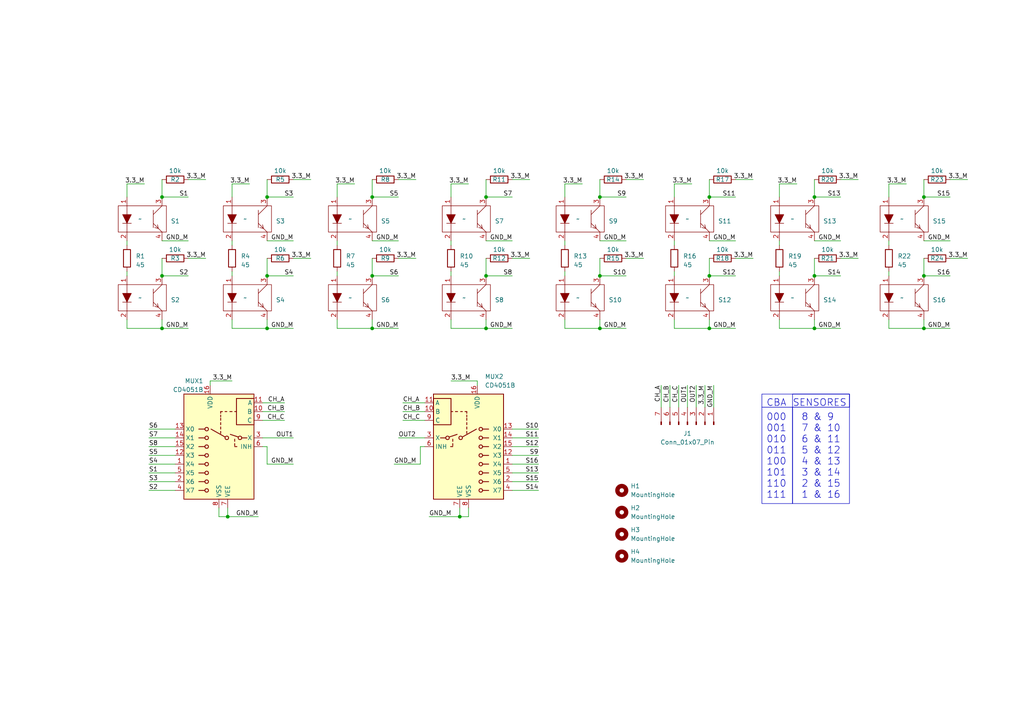
<source format=kicad_sch>
(kicad_sch
	(version 20250114)
	(generator "eeschema")
	(generator_version "9.0")
	(uuid "766603de-910a-41ec-a44b-b98a0f4b840f")
	(paper "A4")
	(lib_symbols
		(symbol "Connector:Conn_01x07_Pin"
			(pin_names
				(offset 1.016)
				(hide yes)
			)
			(exclude_from_sim no)
			(in_bom yes)
			(on_board yes)
			(property "Reference" "J"
				(at 0 10.16 0)
				(effects
					(font
						(size 1.27 1.27)
					)
				)
			)
			(property "Value" "Conn_01x07_Pin"
				(at 0 -10.16 0)
				(effects
					(font
						(size 1.27 1.27)
					)
				)
			)
			(property "Footprint" ""
				(at 0 0 0)
				(effects
					(font
						(size 1.27 1.27)
					)
					(hide yes)
				)
			)
			(property "Datasheet" "~"
				(at 0 0 0)
				(effects
					(font
						(size 1.27 1.27)
					)
					(hide yes)
				)
			)
			(property "Description" "Generic connector, single row, 01x07, script generated"
				(at 0 0 0)
				(effects
					(font
						(size 1.27 1.27)
					)
					(hide yes)
				)
			)
			(property "ki_locked" ""
				(at 0 0 0)
				(effects
					(font
						(size 1.27 1.27)
					)
				)
			)
			(property "ki_keywords" "connector"
				(at 0 0 0)
				(effects
					(font
						(size 1.27 1.27)
					)
					(hide yes)
				)
			)
			(property "ki_fp_filters" "Connector*:*_1x??_*"
				(at 0 0 0)
				(effects
					(font
						(size 1.27 1.27)
					)
					(hide yes)
				)
			)
			(symbol "Conn_01x07_Pin_1_1"
				(rectangle
					(start 0.8636 7.747)
					(end 0 7.493)
					(stroke
						(width 0.1524)
						(type default)
					)
					(fill
						(type outline)
					)
				)
				(rectangle
					(start 0.8636 5.207)
					(end 0 4.953)
					(stroke
						(width 0.1524)
						(type default)
					)
					(fill
						(type outline)
					)
				)
				(rectangle
					(start 0.8636 2.667)
					(end 0 2.413)
					(stroke
						(width 0.1524)
						(type default)
					)
					(fill
						(type outline)
					)
				)
				(rectangle
					(start 0.8636 0.127)
					(end 0 -0.127)
					(stroke
						(width 0.1524)
						(type default)
					)
					(fill
						(type outline)
					)
				)
				(rectangle
					(start 0.8636 -2.413)
					(end 0 -2.667)
					(stroke
						(width 0.1524)
						(type default)
					)
					(fill
						(type outline)
					)
				)
				(rectangle
					(start 0.8636 -4.953)
					(end 0 -5.207)
					(stroke
						(width 0.1524)
						(type default)
					)
					(fill
						(type outline)
					)
				)
				(rectangle
					(start 0.8636 -7.493)
					(end 0 -7.747)
					(stroke
						(width 0.1524)
						(type default)
					)
					(fill
						(type outline)
					)
				)
				(polyline
					(pts
						(xy 1.27 7.62) (xy 0.8636 7.62)
					)
					(stroke
						(width 0.1524)
						(type default)
					)
					(fill
						(type none)
					)
				)
				(polyline
					(pts
						(xy 1.27 5.08) (xy 0.8636 5.08)
					)
					(stroke
						(width 0.1524)
						(type default)
					)
					(fill
						(type none)
					)
				)
				(polyline
					(pts
						(xy 1.27 2.54) (xy 0.8636 2.54)
					)
					(stroke
						(width 0.1524)
						(type default)
					)
					(fill
						(type none)
					)
				)
				(polyline
					(pts
						(xy 1.27 0) (xy 0.8636 0)
					)
					(stroke
						(width 0.1524)
						(type default)
					)
					(fill
						(type none)
					)
				)
				(polyline
					(pts
						(xy 1.27 -2.54) (xy 0.8636 -2.54)
					)
					(stroke
						(width 0.1524)
						(type default)
					)
					(fill
						(type none)
					)
				)
				(polyline
					(pts
						(xy 1.27 -5.08) (xy 0.8636 -5.08)
					)
					(stroke
						(width 0.1524)
						(type default)
					)
					(fill
						(type none)
					)
				)
				(polyline
					(pts
						(xy 1.27 -7.62) (xy 0.8636 -7.62)
					)
					(stroke
						(width 0.1524)
						(type default)
					)
					(fill
						(type none)
					)
				)
				(pin passive line
					(at 5.08 7.62 180)
					(length 3.81)
					(name "Pin_1"
						(effects
							(font
								(size 1.27 1.27)
							)
						)
					)
					(number "1"
						(effects
							(font
								(size 1.27 1.27)
							)
						)
					)
				)
				(pin passive line
					(at 5.08 5.08 180)
					(length 3.81)
					(name "Pin_2"
						(effects
							(font
								(size 1.27 1.27)
							)
						)
					)
					(number "2"
						(effects
							(font
								(size 1.27 1.27)
							)
						)
					)
				)
				(pin passive line
					(at 5.08 2.54 180)
					(length 3.81)
					(name "Pin_3"
						(effects
							(font
								(size 1.27 1.27)
							)
						)
					)
					(number "3"
						(effects
							(font
								(size 1.27 1.27)
							)
						)
					)
				)
				(pin passive line
					(at 5.08 0 180)
					(length 3.81)
					(name "Pin_4"
						(effects
							(font
								(size 1.27 1.27)
							)
						)
					)
					(number "4"
						(effects
							(font
								(size 1.27 1.27)
							)
						)
					)
				)
				(pin passive line
					(at 5.08 -2.54 180)
					(length 3.81)
					(name "Pin_5"
						(effects
							(font
								(size 1.27 1.27)
							)
						)
					)
					(number "5"
						(effects
							(font
								(size 1.27 1.27)
							)
						)
					)
				)
				(pin passive line
					(at 5.08 -5.08 180)
					(length 3.81)
					(name "Pin_6"
						(effects
							(font
								(size 1.27 1.27)
							)
						)
					)
					(number "6"
						(effects
							(font
								(size 1.27 1.27)
							)
						)
					)
				)
				(pin passive line
					(at 5.08 -7.62 180)
					(length 3.81)
					(name "Pin_7"
						(effects
							(font
								(size 1.27 1.27)
							)
						)
					)
					(number "7"
						(effects
							(font
								(size 1.27 1.27)
							)
						)
					)
				)
			)
			(embedded_fonts no)
		)
		(symbol "Device:R"
			(pin_numbers
				(hide yes)
			)
			(pin_names
				(offset 0)
			)
			(exclude_from_sim no)
			(in_bom yes)
			(on_board yes)
			(property "Reference" "R"
				(at 2.032 0 90)
				(effects
					(font
						(size 1.27 1.27)
					)
				)
			)
			(property "Value" "R"
				(at 0 0 90)
				(effects
					(font
						(size 1.27 1.27)
					)
				)
			)
			(property "Footprint" ""
				(at -1.778 0 90)
				(effects
					(font
						(size 1.27 1.27)
					)
					(hide yes)
				)
			)
			(property "Datasheet" "~"
				(at 0 0 0)
				(effects
					(font
						(size 1.27 1.27)
					)
					(hide yes)
				)
			)
			(property "Description" "Resistor"
				(at 0 0 0)
				(effects
					(font
						(size 1.27 1.27)
					)
					(hide yes)
				)
			)
			(property "ki_keywords" "R res resistor"
				(at 0 0 0)
				(effects
					(font
						(size 1.27 1.27)
					)
					(hide yes)
				)
			)
			(property "ki_fp_filters" "R_*"
				(at 0 0 0)
				(effects
					(font
						(size 1.27 1.27)
					)
					(hide yes)
				)
			)
			(symbol "R_0_1"
				(rectangle
					(start -1.016 -2.54)
					(end 1.016 2.54)
					(stroke
						(width 0.254)
						(type default)
					)
					(fill
						(type none)
					)
				)
			)
			(symbol "R_1_1"
				(pin passive line
					(at 0 3.81 270)
					(length 1.27)
					(name "~"
						(effects
							(font
								(size 1.27 1.27)
							)
						)
					)
					(number "1"
						(effects
							(font
								(size 1.27 1.27)
							)
						)
					)
				)
				(pin passive line
					(at 0 -3.81 90)
					(length 1.27)
					(name "~"
						(effects
							(font
								(size 1.27 1.27)
							)
						)
					)
					(number "2"
						(effects
							(font
								(size 1.27 1.27)
							)
						)
					)
				)
			)
			(embedded_fonts no)
		)
		(symbol "Mechanical:MountingHole"
			(pin_names
				(offset 1.016)
			)
			(exclude_from_sim no)
			(in_bom no)
			(on_board yes)
			(property "Reference" "H"
				(at 0 5.08 0)
				(effects
					(font
						(size 1.27 1.27)
					)
				)
			)
			(property "Value" "MountingHole"
				(at 0 3.175 0)
				(effects
					(font
						(size 1.27 1.27)
					)
				)
			)
			(property "Footprint" ""
				(at 0 0 0)
				(effects
					(font
						(size 1.27 1.27)
					)
					(hide yes)
				)
			)
			(property "Datasheet" "~"
				(at 0 0 0)
				(effects
					(font
						(size 1.27 1.27)
					)
					(hide yes)
				)
			)
			(property "Description" "Mounting Hole without connection"
				(at 0 0 0)
				(effects
					(font
						(size 1.27 1.27)
					)
					(hide yes)
				)
			)
			(property "ki_keywords" "mounting hole"
				(at 0 0 0)
				(effects
					(font
						(size 1.27 1.27)
					)
					(hide yes)
				)
			)
			(property "ki_fp_filters" "MountingHole*"
				(at 0 0 0)
				(effects
					(font
						(size 1.27 1.27)
					)
					(hide yes)
				)
			)
			(symbol "MountingHole_0_1"
				(circle
					(center 0 0)
					(radius 1.27)
					(stroke
						(width 1.27)
						(type default)
					)
					(fill
						(type none)
					)
				)
			)
			(embedded_fonts no)
		)
		(symbol "R_1"
			(pin_numbers
				(hide yes)
			)
			(pin_names
				(offset 0)
			)
			(exclude_from_sim no)
			(in_bom yes)
			(on_board yes)
			(property "Reference" "R2"
				(at 0 0 90)
				(effects
					(font
						(size 1.27 1.27)
					)
				)
			)
			(property "Value" "10k"
				(at 2.54 0 90)
				(effects
					(font
						(size 1.27 1.27)
					)
				)
			)
			(property "Footprint" "Resistor_SMD:R_0805_2012Metric_Pad1.20x1.40mm_HandSolder"
				(at -1.778 0 90)
				(effects
					(font
						(size 1.27 1.27)
					)
					(hide yes)
				)
			)
			(property "Datasheet" ""
				(at 0 0 0)
				(effects
					(font
						(size 1.27 1.27)
					)
					(hide yes)
				)
			)
			(property "Description" "Resistor"
				(at 0 0 0)
				(effects
					(font
						(size 1.27 1.27)
					)
					(hide yes)
				)
			)
			(property "LCSC" "C3016736"
				(at 0 0 0)
				(effects
					(font
						(size 1.27 1.27)
					)
					(hide yes)
				)
			)
			(property "ki_keywords" "R res resistor"
				(at 0 0 0)
				(effects
					(font
						(size 1.27 1.27)
					)
					(hide yes)
				)
			)
			(property "ki_fp_filters" "R_*"
				(at 0 0 0)
				(effects
					(font
						(size 1.27 1.27)
					)
					(hide yes)
				)
			)
			(symbol "R_1_0_1"
				(rectangle
					(start -1.016 -2.54)
					(end 1.016 2.54)
					(stroke
						(width 0.254)
						(type default)
					)
					(fill
						(type none)
					)
				)
			)
			(symbol "R_1_1_1"
				(pin passive line
					(at 0 3.81 270)
					(length 1.27)
					(name "~"
						(effects
							(font
								(size 1.27 1.27)
							)
						)
					)
					(number "1"
						(effects
							(font
								(size 1.27 1.27)
							)
						)
					)
				)
				(pin passive line
					(at 0 -3.81 90)
					(length 1.27)
					(name "~"
						(effects
							(font
								(size 1.27 1.27)
							)
						)
					)
					(number "2"
						(effects
							(font
								(size 1.27 1.27)
							)
						)
					)
				)
			)
			(embedded_fonts no)
		)
		(symbol "custom_symbols:ITR8307_SMD"
			(exclude_from_sim no)
			(in_bom yes)
			(on_board yes)
			(property "Reference" "S1"
				(at 8.89 -0.635 0)
				(effects
					(font
						(size 1.27 1.27)
					)
					(justify left)
				)
			)
			(property "Value" "~"
				(at 0 0 0)
				(effects
					(font
						(size 1.27 1.27)
					)
				)
			)
			(property "Footprint" "custom_footprints:ITR8307_SMD"
				(at 0 -5.08 0)
				(effects
					(font
						(size 1.27 1.27)
					)
					(hide yes)
				)
			)
			(property "Datasheet" ""
				(at 0 0 0)
				(effects
					(font
						(size 1.27 1.27)
					)
					(hide yes)
				)
			)
			(property "Description" ""
				(at 0 0 0)
				(effects
					(font
						(size 1.27 1.27)
					)
					(hide yes)
				)
			)
			(property "LCSC Part #" "C81632"
				(at -13.97 3.81 0)
				(effects
					(font
						(size 1.27 1.27)
					)
					(hide yes)
				)
			)
			(property "JLCPCB Rotation Offset" "180"
				(at -12.7 1.27 0)
				(effects
					(font
						(size 1.27 1.27)
					)
					(hide yes)
				)
			)
			(symbol "ITR8307_SMD_0_1"
				(rectangle
					(start -6.35 3.81)
					(end 7.62 -3.81)
					(stroke
						(width 0)
						(type solid)
					)
					(fill
						(type none)
					)
				)
				(polyline
					(pts
						(xy -5.08 1.27) (xy -2.54 1.27) (xy -3.81 -1.27) (xy -5.08 1.27)
					)
					(stroke
						(width 0)
						(type solid)
					)
					(fill
						(type outline)
					)
				)
				(polyline
					(pts
						(xy -5.08 -1.27) (xy -2.54 -1.27)
					)
					(stroke
						(width 0)
						(type solid)
					)
					(fill
						(type none)
					)
				)
				(polyline
					(pts
						(xy -3.81 3.81) (xy -3.81 -3.81)
					)
					(stroke
						(width 0)
						(type solid)
					)
					(fill
						(type none)
					)
				)
				(polyline
					(pts
						(xy 3.81 2.54) (xy 3.81 -2.54)
					)
					(stroke
						(width 0)
						(type solid)
					)
					(fill
						(type none)
					)
				)
				(polyline
					(pts
						(xy 5.2578 -2.7686) (xy 4.2164 -2.4892)
					)
					(stroke
						(width 0)
						(type solid)
					)
					(fill
						(type none)
					)
				)
				(polyline
					(pts
						(xy 5.2832 -2.7178) (xy 5.0292 -1.6764)
					)
					(stroke
						(width 0)
						(type solid)
					)
					(fill
						(type none)
					)
				)
				(polyline
					(pts
						(xy 6.35 3.81) (xy 3.81 1.27)
					)
					(stroke
						(width 0)
						(type solid)
					)
					(fill
						(type none)
					)
				)
				(polyline
					(pts
						(xy 6.35 -3.81) (xy 3.81 -1.27)
					)
					(stroke
						(width 0)
						(type solid)
					)
					(fill
						(type none)
					)
				)
			)
			(symbol "ITR8307_SMD_1_1"
				(pin input line
					(at -3.81 6.35 270)
					(length 2.54)
					(name "~"
						(effects
							(font
								(size 1.27 1.27)
							)
						)
					)
					(number "1"
						(effects
							(font
								(size 1.27 1.27)
							)
						)
					)
				)
				(pin power_in line
					(at -3.81 -6.35 90)
					(length 2.54)
					(name "~"
						(effects
							(font
								(size 1.27 1.27)
							)
						)
					)
					(number "2"
						(effects
							(font
								(size 1.27 1.27)
							)
						)
					)
				)
				(pin open_collector line
					(at 6.35 6.35 270)
					(length 2.54)
					(name "~"
						(effects
							(font
								(size 1.27 1.27)
							)
						)
					)
					(number "3"
						(effects
							(font
								(size 1.27 1.27)
							)
						)
					)
				)
				(pin power_in line
					(at 6.35 -6.35 90)
					(length 2.54)
					(name "~"
						(effects
							(font
								(size 1.27 1.27)
							)
						)
					)
					(number "4"
						(effects
							(font
								(size 1.27 1.27)
							)
						)
					)
				)
			)
			(embedded_fonts no)
		)
		(symbol "custom_symbols:MUX_CD4051B"
			(exclude_from_sim no)
			(in_bom yes)
			(on_board yes)
			(property "Reference" "MUX1"
				(at 4.4959 19.05 0)
				(effects
					(font
						(size 1.27 1.27)
					)
					(justify left)
				)
			)
			(property "Value" "CD4051B"
				(at 4.4959 16.51 0)
				(effects
					(font
						(size 1.27 1.27)
					)
					(justify left)
				)
			)
			(property "Footprint" "custom_footprints:MUX_CD4051B"
				(at 3.81 -19.05 0)
				(effects
					(font
						(size 1.27 1.27)
					)
					(justify left)
					(hide yes)
				)
			)
			(property "Datasheet" "http://www.ti.com/lit/ds/symlink/cd4052b.pdf"
				(at 25.4 -21.59 0)
				(effects
					(font
						(size 1.27 1.27)
					)
					(hide yes)
				)
			)
			(property "Description" "CMOS single 8-channel analog multiplexer demultiplexer, TSSOP-16/DIP-16/SOIC-16"
				(at 0 0 0)
				(effects
					(font
						(size 1.27 1.27)
					)
					(hide yes)
				)
			)
			(property "LCSC Part #" "C3007951"
				(at -21.59 -7.62 0)
				(effects
					(font
						(size 1.27 1.27)
					)
					(hide yes)
				)
			)
			(property "JLCPCB Rotation Offset" "90"
				(at -19.05 -10.16 0)
				(effects
					(font
						(size 1.27 1.27)
					)
					(hide yes)
				)
			)
			(property "ki_keywords" "analog switch selector multiplexer"
				(at 0 0 0)
				(effects
					(font
						(size 1.27 1.27)
					)
					(hide yes)
				)
			)
			(property "ki_fp_filters" "TSSOP*4.4x5mm*P0.65mm* DIP*W7.62* SOIC*3.9x9.9mm*P1.27mm* SO*5.3x10.2mm*P1.27mm*"
				(at 0 0 0)
				(effects
					(font
						(size 1.27 1.27)
					)
					(hide yes)
				)
			)
			(symbol "MUX_CD4051B_0_1"
				(rectangle
					(start -10.16 15.24)
					(end 10.16 -15.24)
					(stroke
						(width 0.254)
						(type default)
					)
					(fill
						(type background)
					)
				)
				(rectangle
					(start -10.16 6.35)
					(end -5.08 13.97)
					(stroke
						(width 0.254)
						(type default)
					)
					(fill
						(type none)
					)
				)
				(polyline
					(pts
						(xy -8.128 2.54) (xy -6.604 2.54)
					)
					(stroke
						(width 0.254)
						(type default)
					)
					(fill
						(type none)
					)
				)
				(circle
					(center -6.096 2.54)
					(radius 0.508)
					(stroke
						(width 0.254)
						(type default)
					)
					(fill
						(type none)
					)
				)
				(polyline
					(pts
						(xy -5.588 2.794) (xy -3.302 3.556)
					)
					(stroke
						(width 0.254)
						(type default)
					)
					(fill
						(type none)
					)
				)
				(polyline
					(pts
						(xy -4.572 10.16) (xy -5.08 10.16)
					)
					(stroke
						(width 0.254)
						(type default)
					)
					(fill
						(type none)
					)
				)
				(polyline
					(pts
						(xy -4.572 1.524) (xy -4.572 2.159)
					)
					(stroke
						(width 0.254)
						(type default)
					)
					(fill
						(type none)
					)
				)
				(polyline
					(pts
						(xy -4.572 0.254) (xy -4.572 0.889)
					)
					(stroke
						(width 0.254)
						(type default)
					)
					(fill
						(type none)
					)
				)
				(polyline
					(pts
						(xy -4.572 0) (xy -5.207 0)
					)
					(stroke
						(width 0.254)
						(type default)
					)
					(fill
						(type none)
					)
				)
				(polyline
					(pts
						(xy -3.81 10.16) (xy -3.175 10.16)
					)
					(stroke
						(width 0.254)
						(type default)
					)
					(fill
						(type none)
					)
				)
				(circle
					(center -2.286 2.54)
					(radius 0.508)
					(stroke
						(width 0.254)
						(type default)
					)
					(fill
						(type none)
					)
				)
				(polyline
					(pts
						(xy -1.778 10.16) (xy -2.286 10.16)
					)
					(stroke
						(width 0.254)
						(type default)
					)
					(fill
						(type none)
					)
				)
				(polyline
					(pts
						(xy -1.778 2.794) (xy 2.286 5.08)
					)
					(stroke
						(width 0.254)
						(type default)
					)
					(fill
						(type none)
					)
				)
				(polyline
					(pts
						(xy -0.508 10.16) (xy -1.016 10.16)
					)
					(stroke
						(width 0.254)
						(type default)
					)
					(fill
						(type none)
					)
				)
				(polyline
					(pts
						(xy -0.508 9.652) (xy -0.508 10.16)
					)
					(stroke
						(width 0.254)
						(type default)
					)
					(fill
						(type none)
					)
				)
				(polyline
					(pts
						(xy -0.508 8.636) (xy -0.508 9.144)
					)
					(stroke
						(width 0.254)
						(type default)
					)
					(fill
						(type none)
					)
				)
				(polyline
					(pts
						(xy -0.508 7.62) (xy -0.508 8.255)
					)
					(stroke
						(width 0.254)
						(type default)
					)
					(fill
						(type none)
					)
				)
				(polyline
					(pts
						(xy -0.508 6.35) (xy -0.508 6.985)
					)
					(stroke
						(width 0.254)
						(type default)
					)
					(fill
						(type none)
					)
				)
				(polyline
					(pts
						(xy -0.508 5.08) (xy -0.508 5.715)
					)
					(stroke
						(width 0.254)
						(type default)
					)
					(fill
						(type none)
					)
				)
				(polyline
					(pts
						(xy -0.508 3.81) (xy -0.508 4.445)
					)
					(stroke
						(width 0.254)
						(type default)
					)
					(fill
						(type none)
					)
				)
				(circle
					(center 3.556 5.08)
					(radius 0.508)
					(stroke
						(width 0.254)
						(type default)
					)
					(fill
						(type none)
					)
				)
				(circle
					(center 3.556 2.54)
					(radius 0.508)
					(stroke
						(width 0.254)
						(type default)
					)
					(fill
						(type none)
					)
				)
				(circle
					(center 3.556 0)
					(radius 0.508)
					(stroke
						(width 0.254)
						(type default)
					)
					(fill
						(type none)
					)
				)
				(circle
					(center 3.556 -2.54)
					(radius 0.508)
					(stroke
						(width 0.254)
						(type default)
					)
					(fill
						(type none)
					)
				)
				(circle
					(center 3.556 -5.08)
					(radius 0.508)
					(stroke
						(width 0.254)
						(type default)
					)
					(fill
						(type none)
					)
				)
				(circle
					(center 3.556 -7.62)
					(radius 0.508)
					(stroke
						(width 0.254)
						(type default)
					)
					(fill
						(type none)
					)
				)
				(circle
					(center 3.556 -10.16)
					(radius 0.508)
					(stroke
						(width 0.254)
						(type default)
					)
					(fill
						(type none)
					)
				)
				(circle
					(center 3.556 -12.7)
					(radius 0.508)
					(stroke
						(width 0.254)
						(type default)
					)
					(fill
						(type none)
					)
				)
				(polyline
					(pts
						(xy 4.064 5.08) (xy 5.842 5.08)
					)
					(stroke
						(width 0.254)
						(type default)
					)
					(fill
						(type none)
					)
				)
				(polyline
					(pts
						(xy 4.064 2.54) (xy 5.842 2.54)
					)
					(stroke
						(width 0.254)
						(type default)
					)
					(fill
						(type none)
					)
				)
				(polyline
					(pts
						(xy 4.064 0) (xy 5.842 0)
					)
					(stroke
						(width 0.254)
						(type default)
					)
					(fill
						(type none)
					)
				)
				(polyline
					(pts
						(xy 4.064 -2.54) (xy 5.842 -2.54)
					)
					(stroke
						(width 0.254)
						(type default)
					)
					(fill
						(type none)
					)
				)
				(polyline
					(pts
						(xy 4.064 -5.08) (xy 5.842 -5.08)
					)
					(stroke
						(width 0.254)
						(type default)
					)
					(fill
						(type none)
					)
				)
				(polyline
					(pts
						(xy 4.064 -7.62) (xy 5.842 -7.62)
					)
					(stroke
						(width 0.254)
						(type default)
					)
					(fill
						(type none)
					)
				)
				(polyline
					(pts
						(xy 4.064 -10.16) (xy 5.842 -10.16)
					)
					(stroke
						(width 0.254)
						(type default)
					)
					(fill
						(type none)
					)
				)
				(polyline
					(pts
						(xy 4.064 -12.7) (xy 5.842 -12.7)
					)
					(stroke
						(width 0.254)
						(type default)
					)
					(fill
						(type none)
					)
				)
			)
			(symbol "MUX_CD4051B_1_1"
				(pin input line
					(at -12.7 12.7 0)
					(length 2.54)
					(name "A"
						(effects
							(font
								(size 1.27 1.27)
							)
						)
					)
					(number "11"
						(effects
							(font
								(size 1.27 1.27)
							)
						)
					)
				)
				(pin input line
					(at -12.7 10.16 0)
					(length 2.54)
					(name "B"
						(effects
							(font
								(size 1.27 1.27)
							)
						)
					)
					(number "10"
						(effects
							(font
								(size 1.27 1.27)
							)
						)
					)
				)
				(pin input line
					(at -12.7 7.62 0)
					(length 2.54)
					(name "C"
						(effects
							(font
								(size 1.27 1.27)
							)
						)
					)
					(number "9"
						(effects
							(font
								(size 1.27 1.27)
							)
						)
					)
				)
				(pin bidirectional line
					(at -12.7 2.54 0)
					(length 2.54)
					(name "X"
						(effects
							(font
								(size 1.27 1.27)
							)
						)
					)
					(number "3"
						(effects
							(font
								(size 1.27 1.27)
							)
						)
					)
				)
				(pin input line
					(at -12.7 0 0)
					(length 2.54)
					(name "INH"
						(effects
							(font
								(size 1.27 1.27)
							)
						)
					)
					(number "6"
						(effects
							(font
								(size 1.27 1.27)
							)
						)
					)
				)
				(pin power_in line
					(at -2.54 -17.78 90)
					(length 2.54)
					(name "VEE"
						(effects
							(font
								(size 1.27 1.27)
							)
						)
					)
					(number "7"
						(effects
							(font
								(size 1.27 1.27)
							)
						)
					)
				)
				(pin power_in line
					(at 0 -17.78 90)
					(length 2.54)
					(name "VSS"
						(effects
							(font
								(size 1.27 1.27)
							)
						)
					)
					(number "8"
						(effects
							(font
								(size 1.27 1.27)
							)
						)
					)
				)
				(pin power_in line
					(at 2.54 17.78 270)
					(length 2.54)
					(name "VDD"
						(effects
							(font
								(size 1.27 1.27)
							)
						)
					)
					(number "16"
						(effects
							(font
								(size 1.27 1.27)
							)
						)
					)
				)
				(pin bidirectional line
					(at 12.7 5.08 180)
					(length 2.54)
					(name "X0"
						(effects
							(font
								(size 1.27 1.27)
							)
						)
					)
					(number "13"
						(effects
							(font
								(size 1.27 1.27)
							)
						)
					)
				)
				(pin bidirectional line
					(at 12.7 2.54 180)
					(length 2.54)
					(name "X1"
						(effects
							(font
								(size 1.27 1.27)
							)
						)
					)
					(number "14"
						(effects
							(font
								(size 1.27 1.27)
							)
						)
					)
				)
				(pin bidirectional line
					(at 12.7 0 180)
					(length 2.54)
					(name "X2"
						(effects
							(font
								(size 1.27 1.27)
							)
						)
					)
					(number "15"
						(effects
							(font
								(size 1.27 1.27)
							)
						)
					)
				)
				(pin bidirectional line
					(at 12.7 -2.54 180)
					(length 2.54)
					(name "X3"
						(effects
							(font
								(size 1.27 1.27)
							)
						)
					)
					(number "12"
						(effects
							(font
								(size 1.27 1.27)
							)
						)
					)
				)
				(pin bidirectional line
					(at 12.7 -5.08 180)
					(length 2.54)
					(name "X4"
						(effects
							(font
								(size 1.27 1.27)
							)
						)
					)
					(number "1"
						(effects
							(font
								(size 1.27 1.27)
							)
						)
					)
				)
				(pin bidirectional line
					(at 12.7 -7.62 180)
					(length 2.54)
					(name "X5"
						(effects
							(font
								(size 1.27 1.27)
							)
						)
					)
					(number "5"
						(effects
							(font
								(size 1.27 1.27)
							)
						)
					)
				)
				(pin bidirectional line
					(at 12.7 -10.16 180)
					(length 2.54)
					(name "X6"
						(effects
							(font
								(size 1.27 1.27)
							)
						)
					)
					(number "2"
						(effects
							(font
								(size 1.27 1.27)
							)
						)
					)
				)
				(pin bidirectional line
					(at 12.7 -12.7 180)
					(length 2.54)
					(name "X7"
						(effects
							(font
								(size 1.27 1.27)
							)
						)
					)
					(number "4"
						(effects
							(font
								(size 1.27 1.27)
							)
						)
					)
				)
			)
			(embedded_fonts no)
		)
	)
	(rectangle
		(start 229.87 118.11)
		(end 246.38 146.05)
		(stroke
			(width 0)
			(type default)
		)
		(fill
			(type none)
		)
		(uuid 1e5ef27c-d2b3-491b-bfbb-81a1f71bf1d4)
	)
	(rectangle
		(start 220.98 114.3)
		(end 246.38 118.11)
		(stroke
			(width 0)
			(type default)
		)
		(fill
			(type none)
		)
		(uuid 26619d3a-329b-47d5-abe0-16175257c15f)
	)
	(rectangle
		(start 229.87 114.3)
		(end 246.38 118.11)
		(stroke
			(width 0)
			(type default)
		)
		(fill
			(type none)
		)
		(uuid 753ae9b8-ac42-4a0e-87b9-7316633d001b)
	)
	(rectangle
		(start 220.98 118.11)
		(end 229.87 146.05)
		(stroke
			(width 0)
			(type default)
		)
		(fill
			(type none)
		)
		(uuid bb39f746-9e93-4d6f-92ec-09b18baaadda)
	)
	(text "SENSORES"
		(exclude_from_sim no)
		(at 229.87 118.11 0)
		(effects
			(font
				(size 2 2)
			)
			(justify left bottom)
		)
		(uuid "0b60dc12-39f1-4176-a4bf-69990d3e4e5e")
	)
	(text "8 & 9\n7 & 10\n6 & 11\n5 & 12\n4 & 13\n3 & 14\n2 & 15\n1 & 16"
		(exclude_from_sim no)
		(at 232.41 144.78 0)
		(effects
			(font
				(size 2 2)
			)
			(justify left bottom)
		)
		(uuid "6bc6723e-1dbf-4428-9f23-6e00c0205758")
	)
	(text "CBA"
		(exclude_from_sim no)
		(at 222.25 118.11 0)
		(effects
			(font
				(size 2 2)
			)
			(justify left bottom)
		)
		(uuid "79a748dc-90eb-476a-89b9-64cfdc4e0ced")
	)
	(text "000\n001\n010\n011\n100\n101\n110\n111"
		(exclude_from_sim no)
		(at 222.25 144.78 0)
		(effects
			(font
				(size 2 2)
			)
			(justify left bottom)
		)
		(uuid "a59ecefe-7f40-4085-a60a-49bf68614132")
	)
	(junction
		(at 46.99 95.25)
		(diameter 0)
		(color 0 0 0 0)
		(uuid "06ef68c0-a57a-48bf-9861-4f333733cf54")
	)
	(junction
		(at 46.99 80.01)
		(diameter 0)
		(color 0 0 0 0)
		(uuid "0e3c8a7b-9258-4f0e-a30a-0ff94cbeb8fa")
	)
	(junction
		(at 77.47 80.01)
		(diameter 0)
		(color 0 0 0 0)
		(uuid "1427c925-a25b-4e2a-8b71-25a39ffba027")
	)
	(junction
		(at 205.74 95.25)
		(diameter 0)
		(color 0 0 0 0)
		(uuid "213de1b9-f535-4f77-b90f-ea1b31c4a4f3")
	)
	(junction
		(at 236.22 57.15)
		(diameter 0)
		(color 0 0 0 0)
		(uuid "2e07598e-f738-4361-8953-5abd8267255c")
	)
	(junction
		(at 267.97 80.01)
		(diameter 0)
		(color 0 0 0 0)
		(uuid "2e26e9fb-3061-4d8a-8c38-2e1ed2931531")
	)
	(junction
		(at 205.74 57.15)
		(diameter 0)
		(color 0 0 0 0)
		(uuid "30beb26a-5230-4102-8e0b-509a963bc9b3")
	)
	(junction
		(at 107.95 95.25)
		(diameter 0)
		(color 0 0 0 0)
		(uuid "3d796259-653a-4c41-9ddd-c44e31dc5918")
	)
	(junction
		(at 77.47 57.15)
		(diameter 0)
		(color 0 0 0 0)
		(uuid "4837bca2-c36b-4c0d-8877-16f0f6cc19b7")
	)
	(junction
		(at 46.99 57.15)
		(diameter 0)
		(color 0 0 0 0)
		(uuid "4959a845-68d1-4322-8639-ca382bb4e7c3")
	)
	(junction
		(at 66.04 149.86)
		(diameter 0)
		(color 0 0 0 0)
		(uuid "51b5b172-4e61-477b-8374-e54295aee5e8")
	)
	(junction
		(at 173.99 95.25)
		(diameter 0)
		(color 0 0 0 0)
		(uuid "61e37df5-c949-423c-9059-badd5cbae218")
	)
	(junction
		(at 140.97 95.25)
		(diameter 0)
		(color 0 0 0 0)
		(uuid "745774d5-82de-409c-8c19-9a1c8781e246")
	)
	(junction
		(at 236.22 80.01)
		(diameter 0)
		(color 0 0 0 0)
		(uuid "7a64c20d-7223-4d77-810c-79838e8c44c1")
	)
	(junction
		(at 173.99 57.15)
		(diameter 0)
		(color 0 0 0 0)
		(uuid "8d0d5613-f520-4bbd-a328-f6136a8c4196")
	)
	(junction
		(at 107.95 57.15)
		(diameter 0)
		(color 0 0 0 0)
		(uuid "94acc662-416f-4c34-bf8f-c6e98a30f803")
	)
	(junction
		(at 236.22 95.25)
		(diameter 0)
		(color 0 0 0 0)
		(uuid "9b13373d-5b0b-4d6f-be2e-97ef8d37e1b0")
	)
	(junction
		(at 133.35 149.86)
		(diameter 0)
		(color 0 0 0 0)
		(uuid "a7522085-2a41-4431-97e3-36c633476813")
	)
	(junction
		(at 267.97 95.25)
		(diameter 0)
		(color 0 0 0 0)
		(uuid "a844bc55-d50f-476a-90f6-2dfac78256d6")
	)
	(junction
		(at 173.99 80.01)
		(diameter 0)
		(color 0 0 0 0)
		(uuid "b0907b35-d564-4413-aae7-b980a7bcdfeb")
	)
	(junction
		(at 140.97 57.15)
		(diameter 0)
		(color 0 0 0 0)
		(uuid "c7d7e8a6-ab70-4da3-b0f2-8f9545299122")
	)
	(junction
		(at 267.97 57.15)
		(diameter 0)
		(color 0 0 0 0)
		(uuid "da084414-23ce-4df7-a60b-4d80c6523d86")
	)
	(junction
		(at 140.97 80.01)
		(diameter 0)
		(color 0 0 0 0)
		(uuid "ed48800d-673b-47e6-81a6-e9289cf2e727")
	)
	(junction
		(at 107.95 80.01)
		(diameter 0)
		(color 0 0 0 0)
		(uuid "ef40eab7-40e8-411c-9145-092f0020c6fa")
	)
	(junction
		(at 205.74 80.01)
		(diameter 0)
		(color 0 0 0 0)
		(uuid "f4c1d356-524c-4534-97b6-07f8f0f72f5f")
	)
	(junction
		(at 77.47 95.25)
		(diameter 0)
		(color 0 0 0 0)
		(uuid "f545390c-15a9-4d4c-85f7-2ccc6ec63b86")
	)
	(wire
		(pts
			(xy 243.84 74.93) (xy 248.92 74.93)
		)
		(stroke
			(width 0)
			(type default)
		)
		(uuid "00069ffd-e8ad-4941-b74b-8d760844a69a")
	)
	(wire
		(pts
			(xy 130.81 110.49) (xy 138.43 110.49)
		)
		(stroke
			(width 0)
			(type default)
		)
		(uuid "00b7d7f5-8f6b-4fa6-8cc0-3bdb2b643e86")
	)
	(wire
		(pts
			(xy 236.22 95.25) (xy 236.22 92.71)
		)
		(stroke
			(width 0)
			(type default)
		)
		(uuid "052ad099-29bf-4355-b9db-f3d030899001")
	)
	(wire
		(pts
			(xy 173.99 52.07) (xy 173.99 57.15)
		)
		(stroke
			(width 0)
			(type default)
		)
		(uuid "054ed503-e492-4a7d-870d-c4b735ed4374")
	)
	(wire
		(pts
			(xy 196.85 111.76) (xy 196.85 118.11)
		)
		(stroke
			(width 0)
			(type default)
		)
		(uuid "05528f87-f80f-4abe-9c48-c05ee12c28ec")
	)
	(wire
		(pts
			(xy 36.83 53.34) (xy 36.83 57.15)
		)
		(stroke
			(width 0)
			(type default)
		)
		(uuid "05763e39-b1d6-48d3-843b-4e5c620d1e7c")
	)
	(wire
		(pts
			(xy 85.09 134.62) (xy 77.47 134.62)
		)
		(stroke
			(width 0)
			(type default)
		)
		(uuid "07af6eb6-3123-4de0-b32b-5bb8aba30fd1")
	)
	(wire
		(pts
			(xy 130.81 95.25) (xy 140.97 95.25)
		)
		(stroke
			(width 0)
			(type default)
		)
		(uuid "08894bec-bd01-4104-9f88-eea67cf90f0b")
	)
	(wire
		(pts
			(xy 148.59 52.07) (xy 153.67 52.07)
		)
		(stroke
			(width 0)
			(type default)
		)
		(uuid "095910b6-1da4-4ef7-98c3-b21bec1b03fb")
	)
	(wire
		(pts
			(xy 207.01 111.76) (xy 207.01 118.11)
		)
		(stroke
			(width 0)
			(type default)
		)
		(uuid "0bb44ebb-f6ff-4408-9fff-b4d96069a0d1")
	)
	(wire
		(pts
			(xy 163.83 69.85) (xy 163.83 71.12)
		)
		(stroke
			(width 0)
			(type default)
		)
		(uuid "11e2b574-2380-4c7e-acb8-fe2b6f998846")
	)
	(wire
		(pts
			(xy 97.79 95.25) (xy 107.95 95.25)
		)
		(stroke
			(width 0)
			(type default)
		)
		(uuid "12bda54d-84e9-4eed-b060-268c6ec1711a")
	)
	(wire
		(pts
			(xy 140.97 80.01) (xy 148.59 80.01)
		)
		(stroke
			(width 0)
			(type default)
		)
		(uuid "14d076f4-deca-49e7-b116-7b3fe43d01e0")
	)
	(wire
		(pts
			(xy 67.31 95.25) (xy 77.47 95.25)
		)
		(stroke
			(width 0)
			(type default)
		)
		(uuid "152d1223-ba1a-4f48-8073-52b8c55b3746")
	)
	(wire
		(pts
			(xy 267.97 80.01) (xy 275.59 80.01)
		)
		(stroke
			(width 0)
			(type default)
		)
		(uuid "1806cfae-1576-4b4d-8cbe-1783752daf8a")
	)
	(wire
		(pts
			(xy 77.47 74.93) (xy 77.47 80.01)
		)
		(stroke
			(width 0)
			(type default)
		)
		(uuid "18f73ad7-0759-4e5f-9b68-6c6391ec3a6f")
	)
	(wire
		(pts
			(xy 163.83 53.34) (xy 168.91 53.34)
		)
		(stroke
			(width 0)
			(type default)
		)
		(uuid "1a40c512-3dfd-4d54-b009-78a41a99773e")
	)
	(wire
		(pts
			(xy 46.99 80.01) (xy 54.61 80.01)
		)
		(stroke
			(width 0)
			(type default)
		)
		(uuid "1d438f0a-c7c4-4a05-9377-39f669e36ae7")
	)
	(wire
		(pts
			(xy 226.06 78.74) (xy 226.06 80.01)
		)
		(stroke
			(width 0)
			(type default)
		)
		(uuid "21173f42-ed9e-4c4b-ae38-97dc832821e7")
	)
	(wire
		(pts
			(xy 195.58 53.34) (xy 195.58 57.15)
		)
		(stroke
			(width 0)
			(type default)
		)
		(uuid "23e5a507-791b-4801-816e-0f5676163e55")
	)
	(wire
		(pts
			(xy 67.31 69.85) (xy 67.31 71.12)
		)
		(stroke
			(width 0)
			(type default)
		)
		(uuid "25129076-6f31-4aac-a528-7c2037ab768f")
	)
	(wire
		(pts
			(xy 114.3 134.62) (xy 121.92 134.62)
		)
		(stroke
			(width 0)
			(type default)
		)
		(uuid "289c2d31-f7d2-40bf-af12-4714a2138c71")
	)
	(wire
		(pts
			(xy 46.99 69.85) (xy 54.61 69.85)
		)
		(stroke
			(width 0)
			(type default)
		)
		(uuid "2b76c5ce-c0d7-4a25-a7d7-b96ee5d53002")
	)
	(wire
		(pts
			(xy 236.22 80.01) (xy 243.84 80.01)
		)
		(stroke
			(width 0)
			(type default)
		)
		(uuid "2bd87298-840e-4da7-8054-f6b490095fbe")
	)
	(wire
		(pts
			(xy 77.47 129.54) (xy 77.47 134.62)
		)
		(stroke
			(width 0)
			(type default)
		)
		(uuid "2bf1c327-5b84-470d-8797-c535d3b4c49f")
	)
	(wire
		(pts
			(xy 140.97 74.93) (xy 140.97 80.01)
		)
		(stroke
			(width 0)
			(type default)
		)
		(uuid "2f273608-fb65-4f7a-a163-4d3940fb221b")
	)
	(wire
		(pts
			(xy 130.81 92.71) (xy 130.81 95.25)
		)
		(stroke
			(width 0)
			(type default)
		)
		(uuid "30b0b309-293d-4572-8534-b0081bce5449")
	)
	(wire
		(pts
			(xy 107.95 80.01) (xy 115.57 80.01)
		)
		(stroke
			(width 0)
			(type default)
		)
		(uuid "31c489e3-c768-4ddc-b1b8-8bb27463e7ee")
	)
	(wire
		(pts
			(xy 67.31 53.34) (xy 67.31 57.15)
		)
		(stroke
			(width 0)
			(type default)
		)
		(uuid "32d92480-fe90-4d6e-9778-c7dbd3480c31")
	)
	(wire
		(pts
			(xy 205.74 74.93) (xy 205.74 80.01)
		)
		(stroke
			(width 0)
			(type default)
		)
		(uuid "349a0498-6928-497c-8117-1dee7d88be4e")
	)
	(wire
		(pts
			(xy 43.18 127) (xy 50.8 127)
		)
		(stroke
			(width 0)
			(type default)
		)
		(uuid "350e7299-d764-4f49-8c01-f9f925dbb657")
	)
	(wire
		(pts
			(xy 173.99 57.15) (xy 181.61 57.15)
		)
		(stroke
			(width 0)
			(type default)
		)
		(uuid "363c8f09-aeca-4cdb-a68f-a49647964a42")
	)
	(wire
		(pts
			(xy 133.35 149.86) (xy 124.46 149.86)
		)
		(stroke
			(width 0)
			(type default)
		)
		(uuid "36c9770e-b026-4461-8483-e9168742c78d")
	)
	(wire
		(pts
			(xy 156.21 129.54) (xy 148.59 129.54)
		)
		(stroke
			(width 0)
			(type default)
		)
		(uuid "387e7a1d-83a5-4a60-a903-3d8acd95f192")
	)
	(wire
		(pts
			(xy 43.18 142.24) (xy 50.8 142.24)
		)
		(stroke
			(width 0)
			(type default)
		)
		(uuid "390f6053-bb95-4d83-b5f8-6677b05817a4")
	)
	(wire
		(pts
			(xy 226.06 69.85) (xy 226.06 71.12)
		)
		(stroke
			(width 0)
			(type default)
		)
		(uuid "3c94bb8b-2312-497b-9867-783d5d4e05ff")
	)
	(wire
		(pts
			(xy 97.79 69.85) (xy 97.79 71.12)
		)
		(stroke
			(width 0)
			(type default)
		)
		(uuid "3dc37fd0-9ac9-4dda-af5b-0d04714c7aae")
	)
	(wire
		(pts
			(xy 181.61 74.93) (xy 186.69 74.93)
		)
		(stroke
			(width 0)
			(type default)
		)
		(uuid "3e3e99ae-e227-4a09-a09f-45b582782533")
	)
	(wire
		(pts
			(xy 173.99 69.85) (xy 181.61 69.85)
		)
		(stroke
			(width 0)
			(type default)
		)
		(uuid "3e8ad68a-2d58-47cc-9f98-c10390c0a748")
	)
	(wire
		(pts
			(xy 140.97 69.85) (xy 148.59 69.85)
		)
		(stroke
			(width 0)
			(type default)
		)
		(uuid "3eda09b9-e0d4-4d47-915f-4836bfc12f42")
	)
	(wire
		(pts
			(xy 163.83 95.25) (xy 173.99 95.25)
		)
		(stroke
			(width 0)
			(type default)
		)
		(uuid "3fdaee70-14dd-473f-8577-fb542125797d")
	)
	(wire
		(pts
			(xy 163.83 78.74) (xy 163.83 80.01)
		)
		(stroke
			(width 0)
			(type default)
		)
		(uuid "403b4c84-0552-4ed8-a68b-68e421d0d8d8")
	)
	(wire
		(pts
			(xy 140.97 52.07) (xy 140.97 57.15)
		)
		(stroke
			(width 0)
			(type default)
		)
		(uuid "40607960-b849-46b1-84c2-51a44b3849ae")
	)
	(wire
		(pts
			(xy 123.19 129.54) (xy 121.92 129.54)
		)
		(stroke
			(width 0)
			(type default)
		)
		(uuid "4127f717-c673-4ccf-85f5-8a72803369dd")
	)
	(wire
		(pts
			(xy 36.83 78.74) (xy 36.83 80.01)
		)
		(stroke
			(width 0)
			(type default)
		)
		(uuid "41ca69fa-15a7-4af8-9f4b-39170adc3286")
	)
	(wire
		(pts
			(xy 36.83 95.25) (xy 46.99 95.25)
		)
		(stroke
			(width 0)
			(type default)
		)
		(uuid "47e1ddde-8251-45b5-8724-cfdcebd43cbe")
	)
	(wire
		(pts
			(xy 267.97 95.25) (xy 267.97 92.71)
		)
		(stroke
			(width 0)
			(type default)
		)
		(uuid "4b7fca36-7402-4753-851f-fa55f703b406")
	)
	(wire
		(pts
			(xy 63.5 149.86) (xy 66.04 149.86)
		)
		(stroke
			(width 0)
			(type default)
		)
		(uuid "4bb7a5c4-e32e-4069-908a-d18925a5281a")
	)
	(wire
		(pts
			(xy 67.31 78.74) (xy 67.31 80.01)
		)
		(stroke
			(width 0)
			(type default)
		)
		(uuid "4cd34f22-82ed-4d88-a575-d657d53edc38")
	)
	(wire
		(pts
			(xy 156.21 132.08) (xy 148.59 132.08)
		)
		(stroke
			(width 0)
			(type default)
		)
		(uuid "4d35953f-a82a-47a4-9c47-d7644bcf9076")
	)
	(wire
		(pts
			(xy 201.93 111.76) (xy 201.93 118.11)
		)
		(stroke
			(width 0)
			(type default)
		)
		(uuid "4df06032-377a-4fe5-a8fd-3f7f699d49fc")
	)
	(wire
		(pts
			(xy 67.31 53.34) (xy 72.39 53.34)
		)
		(stroke
			(width 0)
			(type default)
		)
		(uuid "5124aa2b-44d6-472d-be8b-1d3a02bb0d2a")
	)
	(wire
		(pts
			(xy 181.61 52.07) (xy 186.69 52.07)
		)
		(stroke
			(width 0)
			(type default)
		)
		(uuid "51f2a52b-1a1a-4a61-be70-88d5b7fd88a1")
	)
	(wire
		(pts
			(xy 85.09 52.07) (xy 90.17 52.07)
		)
		(stroke
			(width 0)
			(type default)
		)
		(uuid "52ac698e-83f4-4382-899f-22cfc028f1b3")
	)
	(wire
		(pts
			(xy 76.2 127) (xy 85.09 127)
		)
		(stroke
			(width 0)
			(type default)
		)
		(uuid "53e0b61c-8f90-4d58-bcea-945bcc0e333d")
	)
	(wire
		(pts
			(xy 76.2 116.84) (xy 82.55 116.84)
		)
		(stroke
			(width 0)
			(type default)
		)
		(uuid "55fc4fe6-308e-4c7a-aacd-f5f43c709c0b")
	)
	(wire
		(pts
			(xy 43.18 137.16) (xy 50.8 137.16)
		)
		(stroke
			(width 0)
			(type default)
		)
		(uuid "57f7610d-2c1c-4b89-9d37-92ac23a24db6")
	)
	(wire
		(pts
			(xy 130.81 69.85) (xy 130.81 71.12)
		)
		(stroke
			(width 0)
			(type default)
		)
		(uuid "58a0d0c4-091e-4abf-833e-3af940ba4201")
	)
	(wire
		(pts
			(xy 140.97 57.15) (xy 148.59 57.15)
		)
		(stroke
			(width 0)
			(type default)
		)
		(uuid "5aad6b61-c090-40ee-996f-8bbb32dd71c1")
	)
	(wire
		(pts
			(xy 54.61 52.07) (xy 59.69 52.07)
		)
		(stroke
			(width 0)
			(type default)
		)
		(uuid "5ac65808-2459-4241-a89f-13091e32659f")
	)
	(wire
		(pts
			(xy 205.74 69.85) (xy 213.36 69.85)
		)
		(stroke
			(width 0)
			(type default)
		)
		(uuid "5b6e8ed7-5bcd-49d7-b260-92d25b286982")
	)
	(wire
		(pts
			(xy 181.61 95.25) (xy 173.99 95.25)
		)
		(stroke
			(width 0)
			(type default)
		)
		(uuid "5c2f5090-f5de-4e22-a20f-b33257f973fa")
	)
	(wire
		(pts
			(xy 195.58 95.25) (xy 205.74 95.25)
		)
		(stroke
			(width 0)
			(type default)
		)
		(uuid "5d3f6a0a-ccd9-4095-955d-269440956f92")
	)
	(wire
		(pts
			(xy 54.61 95.25) (xy 46.99 95.25)
		)
		(stroke
			(width 0)
			(type default)
		)
		(uuid "60d29462-1abd-42b3-a6f3-264ba5fd389e")
	)
	(wire
		(pts
			(xy 205.74 95.25) (xy 205.74 92.71)
		)
		(stroke
			(width 0)
			(type default)
		)
		(uuid "6368434e-9e38-4b6b-b108-d36a06e21482")
	)
	(wire
		(pts
			(xy 107.95 57.15) (xy 115.57 57.15)
		)
		(stroke
			(width 0)
			(type default)
		)
		(uuid "6385683c-6395-4097-8019-9ccb928600a8")
	)
	(wire
		(pts
			(xy 115.57 127) (xy 123.19 127)
		)
		(stroke
			(width 0)
			(type default)
		)
		(uuid "641d0845-cf47-4ae7-9699-67fbf065678c")
	)
	(wire
		(pts
			(xy 257.81 53.34) (xy 262.89 53.34)
		)
		(stroke
			(width 0)
			(type default)
		)
		(uuid "643e3fb1-6e29-4775-a606-909d168ff49d")
	)
	(wire
		(pts
			(xy 135.89 147.32) (xy 135.89 149.86)
		)
		(stroke
			(width 0)
			(type default)
		)
		(uuid "658524a7-38c9-4087-b319-8e40b5d5d095")
	)
	(wire
		(pts
			(xy 46.99 57.15) (xy 54.61 57.15)
		)
		(stroke
			(width 0)
			(type default)
		)
		(uuid "65f34f6e-421c-448d-819b-9d09a50c6d9e")
	)
	(wire
		(pts
			(xy 54.61 74.93) (xy 59.69 74.93)
		)
		(stroke
			(width 0)
			(type default)
		)
		(uuid "670af7f1-a1c4-434a-b7b7-aaa86b6a7273")
	)
	(wire
		(pts
			(xy 97.79 53.34) (xy 97.79 57.15)
		)
		(stroke
			(width 0)
			(type default)
		)
		(uuid "671c07a5-3eef-4186-8c8f-e7d5aa4f0cbe")
	)
	(wire
		(pts
			(xy 191.77 111.76) (xy 191.77 118.11)
		)
		(stroke
			(width 0)
			(type default)
		)
		(uuid "672ccf2d-3953-4d20-a2c0-05d9cf50a19f")
	)
	(wire
		(pts
			(xy 236.22 69.85) (xy 243.84 69.85)
		)
		(stroke
			(width 0)
			(type default)
		)
		(uuid "6966270b-9ae6-45e0-8e9f-d30dff189327")
	)
	(wire
		(pts
			(xy 195.58 92.71) (xy 195.58 95.25)
		)
		(stroke
			(width 0)
			(type default)
		)
		(uuid "6c09a533-63e4-4607-b724-f50fe4ca5952")
	)
	(wire
		(pts
			(xy 77.47 95.25) (xy 77.47 92.71)
		)
		(stroke
			(width 0)
			(type default)
		)
		(uuid "6c746a9a-9c97-4a62-a7e5-8a916e1b625a")
	)
	(wire
		(pts
			(xy 173.99 80.01) (xy 181.61 80.01)
		)
		(stroke
			(width 0)
			(type default)
		)
		(uuid "6c821cd1-0f2e-499a-8a6f-407a82509be6")
	)
	(wire
		(pts
			(xy 257.81 92.71) (xy 257.81 95.25)
		)
		(stroke
			(width 0)
			(type default)
		)
		(uuid "6d1bac07-f4f5-4809-9c00-28f6b22c06ce")
	)
	(wire
		(pts
			(xy 107.95 74.93) (xy 107.95 80.01)
		)
		(stroke
			(width 0)
			(type default)
		)
		(uuid "6fac8640-c222-4547-a673-324dc4742dbc")
	)
	(wire
		(pts
			(xy 76.2 119.38) (xy 82.55 119.38)
		)
		(stroke
			(width 0)
			(type default)
		)
		(uuid "6fc4af46-cb08-4ae5-80c0-56910871c2ae")
	)
	(wire
		(pts
			(xy 156.21 124.46) (xy 148.59 124.46)
		)
		(stroke
			(width 0)
			(type default)
		)
		(uuid "6fd7c736-00ab-4028-a35d-307fef780cf1")
	)
	(wire
		(pts
			(xy 66.04 149.86) (xy 74.93 149.86)
		)
		(stroke
			(width 0)
			(type default)
		)
		(uuid "7488feb0-ae48-4a11-8aea-b71df49d7ceb")
	)
	(wire
		(pts
			(xy 275.59 52.07) (xy 280.67 52.07)
		)
		(stroke
			(width 0)
			(type default)
		)
		(uuid "761ec10c-06d2-4152-a581-4d3bad88b86c")
	)
	(wire
		(pts
			(xy 275.59 74.93) (xy 280.67 74.93)
		)
		(stroke
			(width 0)
			(type default)
		)
		(uuid "79893db8-e4a7-4fd6-a3ff-d6b46392b651")
	)
	(wire
		(pts
			(xy 205.74 57.15) (xy 213.36 57.15)
		)
		(stroke
			(width 0)
			(type default)
		)
		(uuid "7c4ace3f-460e-4343-a5e0-97d1e54f3c2f")
	)
	(wire
		(pts
			(xy 205.74 80.01) (xy 213.36 80.01)
		)
		(stroke
			(width 0)
			(type default)
		)
		(uuid "7d6b6482-6599-43e7-974f-32bc659f3a64")
	)
	(wire
		(pts
			(xy 67.31 92.71) (xy 67.31 95.25)
		)
		(stroke
			(width 0)
			(type default)
		)
		(uuid "7ff7de8a-790d-4176-b7b0-26c39d1a77c9")
	)
	(wire
		(pts
			(xy 107.95 52.07) (xy 107.95 57.15)
		)
		(stroke
			(width 0)
			(type default)
		)
		(uuid "80eb44aa-102d-4abd-93a2-8ecbc703c796")
	)
	(wire
		(pts
			(xy 97.79 53.34) (xy 102.87 53.34)
		)
		(stroke
			(width 0)
			(type default)
		)
		(uuid "836034b9-e821-4e14-b04f-cdbb8011ee8b")
	)
	(wire
		(pts
			(xy 213.36 95.25) (xy 205.74 95.25)
		)
		(stroke
			(width 0)
			(type default)
		)
		(uuid "83e1d707-3a9b-4a10-a376-574cdf84c7f1")
	)
	(wire
		(pts
			(xy 140.97 95.25) (xy 140.97 92.71)
		)
		(stroke
			(width 0)
			(type default)
		)
		(uuid "83f7bf18-b825-467c-9dd2-07eca1ce35d9")
	)
	(wire
		(pts
			(xy 43.18 124.46) (xy 50.8 124.46)
		)
		(stroke
			(width 0)
			(type default)
		)
		(uuid "85422164-5098-4cb0-9fac-af03e7f8598c")
	)
	(wire
		(pts
			(xy 43.18 139.7) (xy 50.8 139.7)
		)
		(stroke
			(width 0)
			(type default)
		)
		(uuid "8cc55418-a259-4902-988a-14394999c6d5")
	)
	(wire
		(pts
			(xy 115.57 52.07) (xy 120.65 52.07)
		)
		(stroke
			(width 0)
			(type default)
		)
		(uuid "8dc16d41-02ee-4634-9330-d2f2d64bcff9")
	)
	(wire
		(pts
			(xy 148.59 95.25) (xy 140.97 95.25)
		)
		(stroke
			(width 0)
			(type default)
		)
		(uuid "8f7d721f-25a5-44eb-8838-6531f4e89d02")
	)
	(wire
		(pts
			(xy 213.36 74.93) (xy 218.44 74.93)
		)
		(stroke
			(width 0)
			(type default)
		)
		(uuid "912dd98d-3de2-414d-9b69-965cc5f883a0")
	)
	(wire
		(pts
			(xy 163.83 92.71) (xy 163.83 95.25)
		)
		(stroke
			(width 0)
			(type default)
		)
		(uuid "93086d36-45ed-49a8-9982-e8b857a6b97b")
	)
	(wire
		(pts
			(xy 77.47 69.85) (xy 85.09 69.85)
		)
		(stroke
			(width 0)
			(type default)
		)
		(uuid "9334e2b7-1018-46b7-bb83-f5e22e4dc33a")
	)
	(wire
		(pts
			(xy 226.06 53.34) (xy 226.06 57.15)
		)
		(stroke
			(width 0)
			(type default)
		)
		(uuid "96459161-015e-429e-a4eb-6683dfe9e71e")
	)
	(wire
		(pts
			(xy 156.21 142.24) (xy 148.59 142.24)
		)
		(stroke
			(width 0)
			(type default)
		)
		(uuid "964c0dbb-ea74-4d24-a247-dc77539c97a3")
	)
	(wire
		(pts
			(xy 63.5 147.32) (xy 63.5 149.86)
		)
		(stroke
			(width 0)
			(type default)
		)
		(uuid "983e9f73-7906-46ec-9d56-bdd5ed113055")
	)
	(wire
		(pts
			(xy 194.31 111.76) (xy 194.31 118.11)
		)
		(stroke
			(width 0)
			(type default)
		)
		(uuid "98fe085d-0a2e-4a5c-ac6a-53052bd1af42")
	)
	(wire
		(pts
			(xy 138.43 110.49) (xy 138.43 111.76)
		)
		(stroke
			(width 0)
			(type default)
		)
		(uuid "99881593-3e0f-41ec-a1c0-e206a03f89f5")
	)
	(wire
		(pts
			(xy 205.74 52.07) (xy 205.74 57.15)
		)
		(stroke
			(width 0)
			(type default)
		)
		(uuid "9b2fa845-f505-479b-a92b-be46cce28887")
	)
	(wire
		(pts
			(xy 236.22 52.07) (xy 236.22 57.15)
		)
		(stroke
			(width 0)
			(type default)
		)
		(uuid "9d94309c-cf5a-46dd-9a4a-c194f4367c75")
	)
	(wire
		(pts
			(xy 123.19 119.38) (xy 116.84 119.38)
		)
		(stroke
			(width 0)
			(type default)
		)
		(uuid "9f07ac6c-9a82-436d-8ff0-cc7562781da2")
	)
	(wire
		(pts
			(xy 36.83 53.34) (xy 41.91 53.34)
		)
		(stroke
			(width 0)
			(type default)
		)
		(uuid "9f9e25f2-0f38-4f7b-81d7-61d9e53e62d2")
	)
	(wire
		(pts
			(xy 173.99 95.25) (xy 173.99 92.71)
		)
		(stroke
			(width 0)
			(type default)
		)
		(uuid "a29c910b-66c9-48fe-aa99-5a0e790da225")
	)
	(wire
		(pts
			(xy 76.2 121.92) (xy 82.55 121.92)
		)
		(stroke
			(width 0)
			(type default)
		)
		(uuid "a3818609-0b14-49c2-9746-66d8c219dafc")
	)
	(wire
		(pts
			(xy 130.81 78.74) (xy 130.81 80.01)
		)
		(stroke
			(width 0)
			(type default)
		)
		(uuid "a63456e7-6bf6-4361-8b1e-db59c7f990ef")
	)
	(wire
		(pts
			(xy 115.57 74.93) (xy 120.65 74.93)
		)
		(stroke
			(width 0)
			(type default)
		)
		(uuid "a7d0a8e1-9db2-47ed-ad5c-34048e59acdd")
	)
	(wire
		(pts
			(xy 133.35 147.32) (xy 133.35 149.86)
		)
		(stroke
			(width 0)
			(type default)
		)
		(uuid "ab544306-7d3c-4268-93df-8e66f66c09bc")
	)
	(wire
		(pts
			(xy 156.21 137.16) (xy 148.59 137.16)
		)
		(stroke
			(width 0)
			(type default)
		)
		(uuid "ac722750-cb2c-49d9-b034-b0888327e9d3")
	)
	(wire
		(pts
			(xy 243.84 95.25) (xy 236.22 95.25)
		)
		(stroke
			(width 0)
			(type default)
		)
		(uuid "acb91136-d0a9-4e22-929e-d2cf7435646a")
	)
	(wire
		(pts
			(xy 46.99 52.07) (xy 46.99 57.15)
		)
		(stroke
			(width 0)
			(type default)
		)
		(uuid "ad3692e4-3e72-4269-8b66-2691b9a47afb")
	)
	(wire
		(pts
			(xy 199.39 111.76) (xy 199.39 118.11)
		)
		(stroke
			(width 0)
			(type default)
		)
		(uuid "ae91b2ff-bfa6-4671-b6ae-7e4db495df68")
	)
	(wire
		(pts
			(xy 46.99 74.93) (xy 46.99 80.01)
		)
		(stroke
			(width 0)
			(type default)
		)
		(uuid "af1e745f-885b-4091-8cf2-01cc57ebc663")
	)
	(wire
		(pts
			(xy 60.96 110.49) (xy 60.96 111.76)
		)
		(stroke
			(width 0)
			(type default)
		)
		(uuid "af614cf6-d8ad-4daf-8619-9b7bb7a2fceb")
	)
	(wire
		(pts
			(xy 236.22 57.15) (xy 243.84 57.15)
		)
		(stroke
			(width 0)
			(type default)
		)
		(uuid "afcef931-98ca-4081-8fff-6cccae18f8a0")
	)
	(wire
		(pts
			(xy 148.59 74.93) (xy 153.67 74.93)
		)
		(stroke
			(width 0)
			(type default)
		)
		(uuid "b3819e49-89b6-4d65-9fc6-1e5e96eff5d2")
	)
	(wire
		(pts
			(xy 267.97 52.07) (xy 267.97 57.15)
		)
		(stroke
			(width 0)
			(type default)
		)
		(uuid "b53329b2-07ba-49a7-bbd6-ab80a357822c")
	)
	(wire
		(pts
			(xy 213.36 52.07) (xy 218.44 52.07)
		)
		(stroke
			(width 0)
			(type default)
		)
		(uuid "b5c86e68-e918-4adf-aedb-fa9a04bfcd11")
	)
	(wire
		(pts
			(xy 130.81 53.34) (xy 135.89 53.34)
		)
		(stroke
			(width 0)
			(type default)
		)
		(uuid "b7fc9e6d-7dc3-4802-a33e-d382972d7d87")
	)
	(wire
		(pts
			(xy 77.47 52.07) (xy 77.47 57.15)
		)
		(stroke
			(width 0)
			(type default)
		)
		(uuid "b812d21d-6a62-48ec-a4cf-72a7ac64dc87")
	)
	(wire
		(pts
			(xy 77.47 80.01) (xy 85.09 80.01)
		)
		(stroke
			(width 0)
			(type default)
		)
		(uuid "b9c0e135-3f53-41e3-aeb8-9cfa13f8b206")
	)
	(wire
		(pts
			(xy 204.47 111.76) (xy 204.47 118.11)
		)
		(stroke
			(width 0)
			(type default)
		)
		(uuid "bbccc652-09f3-4f27-9c9d-21b758178da9")
	)
	(wire
		(pts
			(xy 85.09 95.25) (xy 77.47 95.25)
		)
		(stroke
			(width 0)
			(type default)
		)
		(uuid "bc0d1ab9-fd10-47e6-9248-c87d9af5d5f2")
	)
	(wire
		(pts
			(xy 107.95 69.85) (xy 115.57 69.85)
		)
		(stroke
			(width 0)
			(type default)
		)
		(uuid "c0f28576-5f19-4ac2-bf95-4c4c5f774db9")
	)
	(wire
		(pts
			(xy 43.18 132.08) (xy 50.8 132.08)
		)
		(stroke
			(width 0)
			(type default)
		)
		(uuid "c1cf04b0-040b-4970-88ec-5139bb5fcefe")
	)
	(wire
		(pts
			(xy 195.58 53.34) (xy 200.66 53.34)
		)
		(stroke
			(width 0)
			(type default)
		)
		(uuid "c203409e-433f-4d1c-9be5-7ca808d4fc27")
	)
	(wire
		(pts
			(xy 67.31 110.49) (xy 60.96 110.49)
		)
		(stroke
			(width 0)
			(type default)
		)
		(uuid "c206f298-fd28-4c20-9938-0f8eb8ea2ccd")
	)
	(wire
		(pts
			(xy 195.58 69.85) (xy 195.58 71.12)
		)
		(stroke
			(width 0)
			(type default)
		)
		(uuid "c53165b3-1a1e-4994-bf9a-9a0d7fd66f5a")
	)
	(wire
		(pts
			(xy 275.59 95.25) (xy 267.97 95.25)
		)
		(stroke
			(width 0)
			(type default)
		)
		(uuid "c7746ad4-94e4-46b7-96da-9a0dca0d794a")
	)
	(wire
		(pts
			(xy 43.18 134.62) (xy 50.8 134.62)
		)
		(stroke
			(width 0)
			(type default)
		)
		(uuid "c8496c2b-3a74-4b69-bb5b-2e015619d747")
	)
	(wire
		(pts
			(xy 97.79 92.71) (xy 97.79 95.25)
		)
		(stroke
			(width 0)
			(type default)
		)
		(uuid "c90b6877-c172-4770-b0a9-a1bf3e6fd8b4")
	)
	(wire
		(pts
			(xy 130.81 53.34) (xy 130.81 57.15)
		)
		(stroke
			(width 0)
			(type default)
		)
		(uuid "ce1092db-669e-485a-94d2-a44ad9343470")
	)
	(wire
		(pts
			(xy 123.19 121.92) (xy 116.84 121.92)
		)
		(stroke
			(width 0)
			(type default)
		)
		(uuid "cf402224-09fd-487d-9d57-0025ac1d898e")
	)
	(wire
		(pts
			(xy 236.22 74.93) (xy 236.22 80.01)
		)
		(stroke
			(width 0)
			(type default)
		)
		(uuid "cfd97b3c-5ea8-4ca2-ac98-743992e1e307")
	)
	(wire
		(pts
			(xy 85.09 74.93) (xy 90.17 74.93)
		)
		(stroke
			(width 0)
			(type default)
		)
		(uuid "d1cedeaa-622a-4a36-bf4c-fadf9505abe1")
	)
	(wire
		(pts
			(xy 121.92 129.54) (xy 121.92 134.62)
		)
		(stroke
			(width 0)
			(type default)
		)
		(uuid "d49cb47b-9dfe-4718-ab77-b072c2c5dff7")
	)
	(wire
		(pts
			(xy 76.2 129.54) (xy 77.47 129.54)
		)
		(stroke
			(width 0)
			(type default)
		)
		(uuid "d5715484-e54a-4b11-b35f-78afa72e4c09")
	)
	(wire
		(pts
			(xy 257.81 78.74) (xy 257.81 80.01)
		)
		(stroke
			(width 0)
			(type default)
		)
		(uuid "d7e59ff2-dad4-40d1-9c0b-f435ecb520ca")
	)
	(wire
		(pts
			(xy 226.06 92.71) (xy 226.06 95.25)
		)
		(stroke
			(width 0)
			(type default)
		)
		(uuid "d807651e-249f-4228-863c-63922a188aae")
	)
	(wire
		(pts
			(xy 257.81 69.85) (xy 257.81 71.12)
		)
		(stroke
			(width 0)
			(type default)
		)
		(uuid "d9c1bcf5-4438-488a-ba4a-00d5000653f0")
	)
	(wire
		(pts
			(xy 135.89 149.86) (xy 133.35 149.86)
		)
		(stroke
			(width 0)
			(type default)
		)
		(uuid "dc255ae7-a7f9-426e-b483-f30a508567e7")
	)
	(wire
		(pts
			(xy 115.57 95.25) (xy 107.95 95.25)
		)
		(stroke
			(width 0)
			(type default)
		)
		(uuid "dc4819e6-5fe5-443f-b0b6-4f6a3e26a303")
	)
	(wire
		(pts
			(xy 243.84 52.07) (xy 248.92 52.07)
		)
		(stroke
			(width 0)
			(type default)
		)
		(uuid "dc955b7a-3dc4-43ff-868c-0e25f45c4b54")
	)
	(wire
		(pts
			(xy 156.21 127) (xy 148.59 127)
		)
		(stroke
			(width 0)
			(type default)
		)
		(uuid "dca5c7a1-6520-49b9-8df3-925467847b94")
	)
	(wire
		(pts
			(xy 36.83 69.85) (xy 36.83 71.12)
		)
		(stroke
			(width 0)
			(type default)
		)
		(uuid "df440e13-1145-4280-8268-b9a9ba8ad510")
	)
	(wire
		(pts
			(xy 66.04 147.32) (xy 66.04 149.86)
		)
		(stroke
			(width 0)
			(type default)
		)
		(uuid "e1aed1e8-2d51-4826-b919-153bbc2f24de")
	)
	(wire
		(pts
			(xy 267.97 69.85) (xy 275.59 69.85)
		)
		(stroke
			(width 0)
			(type default)
		)
		(uuid "e20e40ed-079c-47d2-8dad-6949961ab802")
	)
	(wire
		(pts
			(xy 267.97 57.15) (xy 275.59 57.15)
		)
		(stroke
			(width 0)
			(type default)
		)
		(uuid "e2222de2-866e-42c6-9ba8-590a495bdea4")
	)
	(wire
		(pts
			(xy 156.21 134.62) (xy 148.59 134.62)
		)
		(stroke
			(width 0)
			(type default)
		)
		(uuid "e33341ed-c895-42f5-ad33-84f3a7a224cc")
	)
	(wire
		(pts
			(xy 257.81 53.34) (xy 257.81 57.15)
		)
		(stroke
			(width 0)
			(type default)
		)
		(uuid "e54031a4-6cdb-4283-b083-47b3c78c3505")
	)
	(wire
		(pts
			(xy 267.97 74.93) (xy 267.97 80.01)
		)
		(stroke
			(width 0)
			(type default)
		)
		(uuid "e5726fe8-b691-4a8c-b18e-49c6e97d5597")
	)
	(wire
		(pts
			(xy 226.06 95.25) (xy 236.22 95.25)
		)
		(stroke
			(width 0)
			(type default)
		)
		(uuid "e740ad56-bb31-4a30-89d4-4b2bbc6a0d10")
	)
	(wire
		(pts
			(xy 156.21 139.7) (xy 148.59 139.7)
		)
		(stroke
			(width 0)
			(type default)
		)
		(uuid "e77e7fe1-ab11-4129-aa11-1d6fc8c26f87")
	)
	(wire
		(pts
			(xy 226.06 53.34) (xy 231.14 53.34)
		)
		(stroke
			(width 0)
			(type default)
		)
		(uuid "e7e77e20-38bf-4e2f-ba1a-2a5283e6c729")
	)
	(wire
		(pts
			(xy 163.83 53.34) (xy 163.83 57.15)
		)
		(stroke
			(width 0)
			(type default)
		)
		(uuid "eac51b51-c3c1-4d20-a3f6-2d8c272bf74f")
	)
	(wire
		(pts
			(xy 123.19 116.84) (xy 116.84 116.84)
		)
		(stroke
			(width 0)
			(type default)
		)
		(uuid "f0fe650d-6789-458b-a56d-2ead3f883bbf")
	)
	(wire
		(pts
			(xy 173.99 74.93) (xy 173.99 80.01)
		)
		(stroke
			(width 0)
			(type default)
		)
		(uuid "f255d81a-a81b-4153-b1d6-8f5f45b606ab")
	)
	(wire
		(pts
			(xy 43.18 129.54) (xy 50.8 129.54)
		)
		(stroke
			(width 0)
			(type default)
		)
		(uuid "f3de0d42-537a-4c5d-9bb5-363343374659")
	)
	(wire
		(pts
			(xy 195.58 78.74) (xy 195.58 80.01)
		)
		(stroke
			(width 0)
			(type default)
		)
		(uuid "f68f2e71-03a1-48c3-ac2a-c3bd5524e283")
	)
	(wire
		(pts
			(xy 257.81 95.25) (xy 267.97 95.25)
		)
		(stroke
			(width 0)
			(type default)
		)
		(uuid "f70cbdad-7aa3-42e8-a6ca-e503c682f6a0")
	)
	(wire
		(pts
			(xy 46.99 95.25) (xy 46.99 92.71)
		)
		(stroke
			(width 0)
			(type default)
		)
		(uuid "f9f6ea79-71c0-4be6-a1ca-7761f1937fbc")
	)
	(wire
		(pts
			(xy 36.83 92.71) (xy 36.83 95.25)
		)
		(stroke
			(width 0)
			(type default)
		)
		(uuid "fcde4820-a54c-4353-89c2-2ed8f6459abb")
	)
	(wire
		(pts
			(xy 77.47 57.15) (xy 85.09 57.15)
		)
		(stroke
			(width 0)
			(type default)
		)
		(uuid "fdee0e93-66dc-4f59-8e2a-fd252374eb79")
	)
	(wire
		(pts
			(xy 97.79 78.74) (xy 97.79 80.01)
		)
		(stroke
			(width 0)
			(type default)
		)
		(uuid "fe79c913-0d61-4ffe-818a-e493e723f8f0")
	)
	(wire
		(pts
			(xy 107.95 95.25) (xy 107.95 92.71)
		)
		(stroke
			(width 0)
			(type default)
		)
		(uuid "fe876385-39d4-42c5-b9c2-a9b71e086762")
	)
	(label "GND_M"
		(at 207.01 111.76 270)
		(effects
			(font
				(size 1.27 1.27)
			)
			(justify right bottom)
		)
		(uuid "00eb04da-bf60-40ad-87f9-c75e01c35518")
	)
	(label "OUT2"
		(at 115.57 127 0)
		(effects
			(font
				(size 1.27 1.27)
			)
			(justify left bottom)
		)
		(uuid "01dbc972-2a86-4db8-b251-a4ea9b68fac9")
	)
	(label "CH_B"
		(at 82.55 119.38 180)
		(effects
			(font
				(size 1.27 1.27)
			)
			(justify right bottom)
		)
		(uuid "0319c1fe-3540-4a09-9996-98091a76a8de")
	)
	(label "S3"
		(at 85.09 57.15 180)
		(effects
			(font
				(size 1.27 1.27)
			)
			(justify right bottom)
		)
		(uuid "06cda09e-05c7-42dc-aaa8-208f07d258ea")
	)
	(label "S7"
		(at 148.59 57.15 180)
		(effects
			(font
				(size 1.27 1.27)
			)
			(justify right bottom)
		)
		(uuid "07177879-f10c-4818-9a12-93a0ab87d7ad")
	)
	(label "3.3_M"
		(at 168.91 53.34 180)
		(effects
			(font
				(size 1.27 1.27)
			)
			(justify right bottom)
		)
		(uuid "0cee0a70-90a2-4d29-aee8-56d0b612cce9")
	)
	(label "3.3_M"
		(at 248.92 52.07 180)
		(effects
			(font
				(size 1.27 1.27)
			)
			(justify right bottom)
		)
		(uuid "0d998229-afa0-478b-a8fc-f76e3472b78c")
	)
	(label "GND_M"
		(at 85.09 134.62 180)
		(effects
			(font
				(size 1.27 1.27)
			)
			(justify right bottom)
		)
		(uuid "0e274116-9660-435d-9bbe-cf0897d9782c")
	)
	(label "3.3_M"
		(at 130.81 110.49 0)
		(effects
			(font
				(size 1.27 1.27)
			)
			(justify left bottom)
		)
		(uuid "154b8683-d308-46c0-9cf0-ed9ae15e3a39")
	)
	(label "3.3_M"
		(at 200.66 53.34 180)
		(effects
			(font
				(size 1.27 1.27)
			)
			(justify right bottom)
		)
		(uuid "16fa241f-469e-4cf8-af74-b08b0247e097")
	)
	(label "S10"
		(at 181.61 80.01 180)
		(effects
			(font
				(size 1.27 1.27)
			)
			(justify right bottom)
		)
		(uuid "170cf209-d76c-4d35-8df7-9a1c3e1dc038")
	)
	(label "S16"
		(at 156.21 134.62 180)
		(effects
			(font
				(size 1.27 1.27)
			)
			(justify right bottom)
		)
		(uuid "18e4f220-6ea3-425f-9aa0-872e31abf6f6")
	)
	(label "S6"
		(at 115.57 80.01 180)
		(effects
			(font
				(size 1.27 1.27)
			)
			(justify right bottom)
		)
		(uuid "19b100d2-f2f1-4f15-ba7c-e09ae3417e57")
	)
	(label "3.3_M"
		(at 262.89 53.34 180)
		(effects
			(font
				(size 1.27 1.27)
			)
			(justify right bottom)
		)
		(uuid "1c88e70a-705c-4817-99cb-a84fd520c76e")
	)
	(label "S13"
		(at 243.84 57.15 180)
		(effects
			(font
				(size 1.27 1.27)
			)
			(justify right bottom)
		)
		(uuid "1e96387b-3bcb-452e-980c-e3023805def4")
	)
	(label "GND_M"
		(at 54.61 95.25 180)
		(effects
			(font
				(size 1.27 1.27)
			)
			(justify right bottom)
		)
		(uuid "278cf90c-a5d4-4d04-bacb-4c0a7ae627dc")
	)
	(label "GND_M"
		(at 213.36 69.85 180)
		(effects
			(font
				(size 1.27 1.27)
			)
			(justify right bottom)
		)
		(uuid "29890a88-16f4-41fd-ba2b-0d66fe39019b")
	)
	(label "S15"
		(at 275.59 57.15 180)
		(effects
			(font
				(size 1.27 1.27)
			)
			(justify right bottom)
		)
		(uuid "2fbcf78b-c28b-4941-bd19-f1f3d9e5fca0")
	)
	(label "CH_B"
		(at 194.31 111.76 270)
		(effects
			(font
				(size 1.27 1.27)
			)
			(justify right bottom)
		)
		(uuid "3158d9e7-ec38-4877-9e96-d16be08e15be")
	)
	(label "OUT2"
		(at 201.93 111.76 270)
		(effects
			(font
				(size 1.27 1.27)
			)
			(justify right bottom)
		)
		(uuid "33bee774-2cc3-4c75-a9a4-954c5d6491b7")
	)
	(label "S12"
		(at 213.36 80.01 180)
		(effects
			(font
				(size 1.27 1.27)
			)
			(justify right bottom)
		)
		(uuid "343f4f72-7d1f-4ac2-a0f1-87cc33ac1780")
	)
	(label "GND_M"
		(at 243.84 95.25 180)
		(effects
			(font
				(size 1.27 1.27)
			)
			(justify right bottom)
		)
		(uuid "3c73d5df-0b45-4e83-ba4e-eae7fec7a2ce")
	)
	(label "S2"
		(at 54.61 80.01 180)
		(effects
			(font
				(size 1.27 1.27)
			)
			(justify right bottom)
		)
		(uuid "3deb770b-29fd-486a-92b3-ba20e6d24442")
	)
	(label "3.3_M"
		(at 120.65 74.93 180)
		(effects
			(font
				(size 1.27 1.27)
			)
			(justify right bottom)
		)
		(uuid "425bd39a-c0ac-4b3a-8fd3-e3b398c8d3cf")
	)
	(label "GND_M"
		(at 181.61 69.85 180)
		(effects
			(font
				(size 1.27 1.27)
			)
			(justify right bottom)
		)
		(uuid "443f0688-57f1-4536-b67a-694cc860be71")
	)
	(label "S10"
		(at 156.21 124.46 180)
		(effects
			(font
				(size 1.27 1.27)
			)
			(justify right bottom)
		)
		(uuid "477fdce7-8cf1-4c9b-8c4b-d31a8be0f15c")
	)
	(label "S13"
		(at 156.21 137.16 180)
		(effects
			(font
				(size 1.27 1.27)
			)
			(justify right bottom)
		)
		(uuid "4b834f1b-7d4f-4793-8d25-1d10947c8a32")
	)
	(label "S14"
		(at 243.84 80.01 180)
		(effects
			(font
				(size 1.27 1.27)
			)
			(justify right bottom)
		)
		(uuid "4e94e869-c435-4d4d-b0d2-c248f497fe94")
	)
	(label "GND_M"
		(at 243.84 69.85 180)
		(effects
			(font
				(size 1.27 1.27)
			)
			(justify right bottom)
		)
		(uuid "500c7cce-0a69-4903-9fe4-7fba3a059181")
	)
	(label "S12"
		(at 156.21 129.54 180)
		(effects
			(font
				(size 1.27 1.27)
			)
			(justify right bottom)
		)
		(uuid "5148d7e8-63ac-40ec-8821-c5065ce6a156")
	)
	(label "3.3_M"
		(at 186.69 74.93 180)
		(effects
			(font
				(size 1.27 1.27)
			)
			(justify right bottom)
		)
		(uuid "52e4ebcc-5ae6-49dc-9c1b-f4fea1ed13ce")
	)
	(label "GND_M"
		(at 54.61 69.85 180)
		(effects
			(font
				(size 1.27 1.27)
			)
			(justify right bottom)
		)
		(uuid "5625cf31-3704-4f76-8a73-ccc6a963118d")
	)
	(label "S4"
		(at 43.18 134.62 0)
		(effects
			(font
				(size 1.27 1.27)
			)
			(justify left bottom)
		)
		(uuid "568fb4da-d361-47e1-a6c6-09127e42e5c4")
	)
	(label "GND_M"
		(at 181.61 95.25 180)
		(effects
			(font
				(size 1.27 1.27)
			)
			(justify right bottom)
		)
		(uuid "5c2fef7b-5691-4b23-880b-5356eb012b1c")
	)
	(label "GND_M"
		(at 114.3 134.62 0)
		(effects
			(font
				(size 1.27 1.27)
			)
			(justify left bottom)
		)
		(uuid "5d1e17f2-ecc6-4e4e-be34-001221a098a4")
	)
	(label "3.3_M"
		(at 231.14 53.34 180)
		(effects
			(font
				(size 1.27 1.27)
			)
			(justify right bottom)
		)
		(uuid "5e480eda-3b1f-4685-8459-f7d206537d7f")
	)
	(label "S2"
		(at 43.18 142.24 0)
		(effects
			(font
				(size 1.27 1.27)
			)
			(justify left bottom)
		)
		(uuid "5e5b42bd-a88f-45a2-b1a1-aa943f07d4aa")
	)
	(label "S9"
		(at 181.61 57.15 180)
		(effects
			(font
				(size 1.27 1.27)
			)
			(justify right bottom)
		)
		(uuid "619f06e1-4946-4196-976e-9a2cad74375b")
	)
	(label "S1"
		(at 43.18 137.16 0)
		(effects
			(font
				(size 1.27 1.27)
			)
			(justify left bottom)
		)
		(uuid "64fd804e-13d7-4bd0-99cc-794d0c542c84")
	)
	(label "CH_C"
		(at 116.84 121.92 0)
		(effects
			(font
				(size 1.27 1.27)
			)
			(justify left bottom)
		)
		(uuid "6c7b984e-e20a-4c58-b535-5a2cdad305fb")
	)
	(label "S11"
		(at 156.21 127 180)
		(effects
			(font
				(size 1.27 1.27)
			)
			(justify right bottom)
		)
		(uuid "6cfa8a9d-eb4a-49b4-a534-58cf38b2c7f9")
	)
	(label "GND_M"
		(at 115.57 95.25 180)
		(effects
			(font
				(size 1.27 1.27)
			)
			(justify right bottom)
		)
		(uuid "742189ee-6ff0-4a58-a93b-5a4ff360fc5d")
	)
	(label "3.3_M"
		(at 218.44 74.93 180)
		(effects
			(font
				(size 1.27 1.27)
			)
			(justify right bottom)
		)
		(uuid "748a2fcb-694c-4090-a9a7-8aea0139dad0")
	)
	(label "S5"
		(at 115.57 57.15 180)
		(effects
			(font
				(size 1.27 1.27)
			)
			(justify right bottom)
		)
		(uuid "7db7f1ca-f485-49d3-baaf-737c72da2be6")
	)
	(label "S11"
		(at 213.36 57.15 180)
		(effects
			(font
				(size 1.27 1.27)
			)
			(justify right bottom)
		)
		(uuid "7e6cab86-7178-45b8-a761-f45e4a8c7ba7")
	)
	(label "CH_A"
		(at 191.77 111.76 270)
		(effects
			(font
				(size 1.27 1.27)
			)
			(justify right bottom)
		)
		(uuid "822865a2-ecfc-42e2-9bbe-a619c013ca6d")
	)
	(label "CH_A"
		(at 116.84 116.84 0)
		(effects
			(font
				(size 1.27 1.27)
			)
			(justify left bottom)
		)
		(uuid "835152d7-7055-4ba9-9806-4b01c760ce10")
	)
	(label "GND_M"
		(at 74.93 149.86 180)
		(effects
			(font
				(size 1.27 1.27)
			)
			(justify right bottom)
		)
		(uuid "84211b5a-da68-4c77-8612-1e7122e87b84")
	)
	(label "3.3_M"
		(at 59.69 52.07 180)
		(effects
			(font
				(size 1.27 1.27)
			)
			(justify right bottom)
		)
		(uuid "856adf50-60b3-4f95-9bbf-15e04c3d0493")
	)
	(label "S15"
		(at 156.21 139.7 180)
		(effects
			(font
				(size 1.27 1.27)
			)
			(justify right bottom)
		)
		(uuid "8a19a94c-ce0c-4003-aaf3-94c9619aef1d")
	)
	(label "3.3_M"
		(at 153.67 52.07 180)
		(effects
			(font
				(size 1.27 1.27)
			)
			(justify right bottom)
		)
		(uuid "8c3cf20e-a84a-4504-a592-0a51f5e4395f")
	)
	(label "S5"
		(at 43.18 132.08 0)
		(effects
			(font
				(size 1.27 1.27)
			)
			(justify left bottom)
		)
		(uuid "8fcd3420-9cc9-4ea1-8df2-4e5790dbb048")
	)
	(label "GND_M"
		(at 148.59 95.25 180)
		(effects
			(font
				(size 1.27 1.27)
			)
			(justify right bottom)
		)
		(uuid "90edb798-e609-4319-a995-217aa45a6dc0")
	)
	(label "3.3_M"
		(at 102.87 53.34 180)
		(effects
			(font
				(size 1.27 1.27)
			)
			(justify right bottom)
		)
		(uuid "9856bb81-f7f2-4ddf-92c7-fc9efc2ff63a")
	)
	(label "3.3_M"
		(at 135.89 53.34 180)
		(effects
			(font
				(size 1.27 1.27)
			)
			(justify right bottom)
		)
		(uuid "9d0e6b36-363e-465a-b734-14c1eb9c5413")
	)
	(label "S8"
		(at 148.59 80.01 180)
		(effects
			(font
				(size 1.27 1.27)
			)
			(justify right bottom)
		)
		(uuid "9d50f811-5886-4737-91b5-8ff04ceaf267")
	)
	(label "S14"
		(at 156.21 142.24 180)
		(effects
			(font
				(size 1.27 1.27)
			)
			(justify right bottom)
		)
		(uuid "a3772b74-aea7-49a4-8a27-4db74778c3db")
	)
	(label "3.3_M"
		(at 218.44 52.07 180)
		(effects
			(font
				(size 1.27 1.27)
			)
			(justify right bottom)
		)
		(uuid "a771e636-ffd0-45c9-9e79-5e46f18e37af")
	)
	(label "3.3_M"
		(at 67.31 110.49 180)
		(effects
			(font
				(size 1.27 1.27)
			)
			(justify right bottom)
		)
		(uuid "ace3de63-842c-4a63-8a1b-5f04e612a0ad")
	)
	(label "GND_M"
		(at 85.09 95.25 180)
		(effects
			(font
				(size 1.27 1.27)
			)
			(justify right bottom)
		)
		(uuid "acf882b7-a8ad-43da-9b86-58939a84adbc")
	)
	(label "S1"
		(at 54.61 57.15 180)
		(effects
			(font
				(size 1.27 1.27)
			)
			(justify right bottom)
		)
		(uuid "adaddd8b-1b5a-482e-85cf-bcb4911c740d")
	)
	(label "3.3_M"
		(at 72.39 53.34 180)
		(effects
			(font
				(size 1.27 1.27)
			)
			(justify right bottom)
		)
		(uuid "ae155bf1-49c0-42ab-b4da-c34b6da49bcd")
	)
	(label "CH_A"
		(at 82.55 116.84 180)
		(effects
			(font
				(size 1.27 1.27)
			)
			(justify right bottom)
		)
		(uuid "c22c70c7-86d0-4e3b-be86-a53bccbf1551")
	)
	(label "OUT1"
		(at 85.09 127 180)
		(effects
			(font
				(size 1.27 1.27)
			)
			(justify right bottom)
		)
		(uuid "c7715359-bb73-4965-a39b-570ece3dfd81")
	)
	(label "S6"
		(at 43.18 124.46 0)
		(effects
			(font
				(size 1.27 1.27)
			)
			(justify left bottom)
		)
		(uuid "c898ab1d-9ed0-4b93-ab8f-efa936cebcdb")
	)
	(label "CH_C"
		(at 82.55 121.92 180)
		(effects
			(font
				(size 1.27 1.27)
			)
			(justify right bottom)
		)
		(uuid "c8f854e1-5079-4fc2-ac98-10b6c2ceac45")
	)
	(label "CH_C"
		(at 196.85 111.76 270)
		(effects
			(font
				(size 1.27 1.27)
			)
			(justify right bottom)
		)
		(uuid "ca40a67d-41a7-49d2-92d5-51f84ef2c3d8")
	)
	(label "S7"
		(at 43.18 127 0)
		(effects
			(font
				(size 1.27 1.27)
			)
			(justify left bottom)
		)
		(uuid "ca70d614-9da5-481f-831f-d653a0dbe081")
	)
	(label "3.3_M"
		(at 280.67 74.93 180)
		(effects
			(font
				(size 1.27 1.27)
			)
			(justify right bottom)
		)
		(uuid "ccb53897-7741-429d-8109-5d640114536e")
	)
	(label "S9"
		(at 156.21 132.08 180)
		(effects
			(font
				(size 1.27 1.27)
			)
			(justify right bottom)
		)
		(uuid "ce367eb3-c854-43e3-9583-419f8091768b")
	)
	(label "GND_M"
		(at 275.59 95.25 180)
		(effects
			(font
				(size 1.27 1.27)
			)
			(justify right bottom)
		)
		(uuid "d2ec2d27-1d88-47ee-86ca-b663b196dbe3")
	)
	(label "GND_M"
		(at 85.09 69.85 180)
		(effects
			(font
				(size 1.27 1.27)
			)
			(justify right bottom)
		)
		(uuid "d34799da-2f88-4ffb-8124-c6c56fcddb6f")
	)
	(label "3.3_M"
		(at 204.47 111.76 270)
		(effects
			(font
				(size 1.27 1.27)
			)
			(justify right bottom)
		)
		(uuid "d3d3a900-d69a-4680-a6db-345d5d01a4e6")
	)
	(label "GND_M"
		(at 124.46 149.86 0)
		(effects
			(font
				(size 1.27 1.27)
			)
			(justify left bottom)
		)
		(uuid "d44fbe4e-bdb6-4e9b-9859-777f8f62ea47")
	)
	(label "S4"
		(at 85.09 80.01 180)
		(effects
			(font
				(size 1.27 1.27)
			)
			(justify right bottom)
		)
		(uuid "d9392eed-a68f-4883-9430-45a004850914")
	)
	(label "OUT1"
		(at 199.39 111.76 270)
		(effects
			(font
				(size 1.27 1.27)
			)
			(justify right bottom)
		)
		(uuid "dbabf5ec-cd7d-4750-bc5b-c155d28bbdba")
	)
	(label "GND_M"
		(at 213.36 95.25 180)
		(effects
			(font
				(size 1.27 1.27)
			)
			(justify right bottom)
		)
		(uuid "dc734b37-6128-47c5-9326-5b86406f5481")
	)
	(label "CH_B"
		(at 116.84 119.38 0)
		(effects
			(font
				(size 1.27 1.27)
			)
			(justify left bottom)
		)
		(uuid "e48e782b-a4d8-4b31-8e69-e4716f448d7f")
	)
	(label "3.3_M"
		(at 120.65 52.07 180)
		(effects
			(font
				(size 1.27 1.27)
			)
			(justify right bottom)
		)
		(uuid "e6f9791e-dbdb-49f2-b7c5-6bf4792dc0ae")
	)
	(label "S8"
		(at 43.18 129.54 0)
		(effects
			(font
				(size 1.27 1.27)
			)
			(justify left bottom)
		)
		(uuid "e80ca366-fbd3-479e-8521-97b3728f9443")
	)
	(label "GND_M"
		(at 275.59 69.85 180)
		(effects
			(font
				(size 1.27 1.27)
			)
			(justify right bottom)
		)
		(uuid "ea7fb934-8fc1-4de8-9879-ede1a81add6e")
	)
	(label "GND_M"
		(at 115.57 69.85 180)
		(effects
			(font
				(size 1.27 1.27)
			)
			(justify right bottom)
		)
		(uuid "eca8dabc-ea62-45e2-846b-64e210316a3b")
	)
	(label "3.3_M"
		(at 41.91 53.34 180)
		(effects
			(font
				(size 1.27 1.27)
			)
			(justify right bottom)
		)
		(uuid "ee694013-769a-4866-b328-26206349168f")
	)
	(label "S16"
		(at 275.59 80.01 180)
		(effects
			(font
				(size 1.27 1.27)
			)
			(justify right bottom)
		)
		(uuid "efbbe529-d891-43c2-93aa-2676e1c7e993")
	)
	(label "S3"
		(at 43.18 139.7 0)
		(effects
			(font
				(size 1.27 1.27)
			)
			(justify left bottom)
		)
		(uuid "f057b21d-aa00-4751-bb98-ebaf56be11d8")
	)
	(label "3.3_M"
		(at 280.67 52.07 180)
		(effects
			(font
				(size 1.27 1.27)
			)
			(justify right bottom)
		)
		(uuid "f0dd4a08-803b-4c39-8c58-a3f35ed28568")
	)
	(label "3.3_M"
		(at 153.67 74.93 180)
		(effects
			(font
				(size 1.27 1.27)
			)
			(justify right bottom)
		)
		(uuid "f1801401-7b75-41d1-8bec-8ae95437c37f")
	)
	(label "3.3_M"
		(at 90.17 52.07 180)
		(effects
			(font
				(size 1.27 1.27)
			)
			(justify right bottom)
		)
		(uuid "f35a6b1c-d6b2-4b98-8862-9abf30e980a0")
	)
	(label "3.3_M"
		(at 59.69 74.93 180)
		(effects
			(font
				(size 1.27 1.27)
			)
			(justify right bottom)
		)
		(uuid "f625d8a1-f93f-4c07-9236-7a7db023ca4b")
	)
	(label "3.3_M"
		(at 90.17 74.93 180)
		(effects
			(font
				(size 1.27 1.27)
			)
			(justify right bottom)
		)
		(uuid "fa1a202a-05f9-4bfe-a934-757bbdb2657f")
	)
	(label "GND_M"
		(at 148.59 69.85 180)
		(effects
			(font
				(size 1.27 1.27)
			)
			(justify right bottom)
		)
		(uuid "fbac4d71-92b0-4447-818c-5dd06d4b0acf")
	)
	(label "3.3_M"
		(at 186.69 52.07 180)
		(effects
			(font
				(size 1.27 1.27)
			)
			(justify right bottom)
		)
		(uuid "fc222277-8d16-4a46-8646-0e07122c8b9d")
	)
	(label "3.3_M"
		(at 248.92 74.93 180)
		(effects
			(font
				(size 1.27 1.27)
			)
			(justify right bottom)
		)
		(uuid "fe7aa11f-3e23-4059-9831-e3cec2e7f695")
	)
	(symbol
		(lib_id "Device:R")
		(at 111.76 74.93 90)
		(unit 1)
		(exclude_from_sim no)
		(in_bom yes)
		(on_board yes)
		(dnp no)
		(uuid "001b0920-52b2-42b8-9245-97ddd0ab80fd")
		(property "Reference" "R9"
			(at 111.76 74.93 90)
			(effects
				(font
					(size 1.27 1.27)
				)
			)
		)
		(property "Value" "10k"
			(at 111.76 72.39 90)
			(effects
				(font
					(size 1.27 1.27)
				)
			)
		)
		(property "Footprint" "Resistor_SMD:R_0805_2012Metric_Pad1.20x1.40mm_HandSolder"
			(at 111.76 76.708 90)
			(effects
				(font
					(size 1.27 1.27)
				)
				(hide yes)
			)
		)
		(property "Datasheet" "~"
			(at 111.76 74.93 0)
			(effects
				(font
					(size 1.27 1.27)
				)
				(hide yes)
			)
		)
		(property "Description" ""
			(at 111.76 74.93 0)
			(effects
				(font
					(size 1.27 1.27)
				)
			)
		)
		(property "LCSC Part #" "C17414"
			(at 111.76 74.93 90)
			(effects
				(font
					(size 1.27 1.27)
				)
				(hide yes)
			)
		)
		(pin "1"
			(uuid "bb58fdea-8c7c-47b3-bdd4-f1bf81abe687")
		)
		(pin "2"
			(uuid "b98dc3de-c9d2-40fb-90ec-bedd2ee6974d")
		)
		(instances
			(project "ARRAY 16 SS"
				(path "/766603de-910a-41ec-a44b-b98a0f4b840f"
					(reference "R9")
					(unit 1)
				)
			)
		)
	)
	(symbol
		(lib_name "R_1")
		(lib_id "Device:R")
		(at 50.8 52.07 90)
		(unit 1)
		(exclude_from_sim no)
		(in_bom yes)
		(on_board yes)
		(dnp no)
		(uuid "01c1b72f-6fc6-4c33-8aa1-44ff93a23329")
		(property "Reference" "R2"
			(at 50.8 52.07 90)
			(effects
				(font
					(size 1.27 1.27)
				)
			)
		)
		(property "Value" "10k"
			(at 50.8 49.53 90)
			(effects
				(font
					(size 1.27 1.27)
				)
			)
		)
		(property "Footprint" "Resistor_SMD:R_0805_2012Metric_Pad1.20x1.40mm_HandSolder"
			(at 50.8 53.848 90)
			(effects
				(font
					(size 1.27 1.27)
				)
				(hide yes)
			)
		)
		(property "Datasheet" ""
			(at 50.8 52.07 0)
			(effects
				(font
					(size 1.27 1.27)
				)
				(hide yes)
			)
		)
		(property "Description" ""
			(at 50.8 52.07 0)
			(effects
				(font
					(size 1.27 1.27)
				)
			)
		)
		(property "LCSC Part #" "C17414"
			(at 50.8 52.07 0)
			(effects
				(font
					(size 1.27 1.27)
				)
				(hide yes)
			)
		)
		(pin "1"
			(uuid "7fe6d319-2883-4255-91ab-79d142fccf14")
		)
		(pin "2"
			(uuid "bacbb873-e134-442e-ae3e-88a41c6b7bee")
		)
		(instances
			(project "ARRAY 16 SS"
				(path "/766603de-910a-41ec-a44b-b98a0f4b840f"
					(reference "R2")
					(unit 1)
				)
			)
		)
	)
	(symbol
		(lib_id "Device:R")
		(at 257.81 74.93 0)
		(unit 1)
		(exclude_from_sim no)
		(in_bom yes)
		(on_board yes)
		(dnp no)
		(fields_autoplaced yes)
		(uuid "1e34bd23-ab07-419c-b0ac-6c62fdf3b26a")
		(property "Reference" "R22"
			(at 260.35 74.295 0)
			(effects
				(font
					(size 1.27 1.27)
				)
				(justify left)
			)
		)
		(property "Value" "45"
			(at 260.35 76.835 0)
			(effects
				(font
					(size 1.27 1.27)
				)
				(justify left)
			)
		)
		(property "Footprint" "Resistor_SMD:R_0805_2012Metric_Pad1.20x1.40mm_HandSolder"
			(at 256.032 74.93 90)
			(effects
				(font
					(size 1.27 1.27)
				)
				(hide yes)
			)
		)
		(property "Datasheet" "~"
			(at 257.81 74.93 0)
			(effects
				(font
					(size 1.27 1.27)
				)
				(hide yes)
			)
		)
		(property "Description" ""
			(at 257.81 74.93 0)
			(effects
				(font
					(size 1.27 1.27)
				)
			)
		)
		(property "LCSC Part #" "C3017827"
			(at 257.81 74.93 0)
			(effects
				(font
					(size 1.27 1.27)
				)
				(hide yes)
			)
		)
		(pin "1"
			(uuid "d1bf39e8-d1a6-48d3-aa7b-868f686168c7")
		)
		(pin "2"
			(uuid "0ca2c88b-c7d1-4700-8cec-b465ce0f832d")
		)
		(instances
			(project "ARRAY 16 SS"
				(path "/766603de-910a-41ec-a44b-b98a0f4b840f"
					(reference "R22")
					(unit 1)
				)
			)
		)
	)
	(symbol
		(lib_id "Mechanical:MountingHole")
		(at 180.34 142.24 0)
		(unit 1)
		(exclude_from_sim no)
		(in_bom no)
		(on_board yes)
		(dnp no)
		(fields_autoplaced yes)
		(uuid "2154a699-a35c-4e55-8c44-63cc5ce5a24c")
		(property "Reference" "H1"
			(at 182.88 140.9699 0)
			(effects
				(font
					(size 1.27 1.27)
				)
				(justify left)
			)
		)
		(property "Value" "MountingHole"
			(at 182.88 143.5099 0)
			(effects
				(font
					(size 1.27 1.27)
				)
				(justify left)
			)
		)
		(property "Footprint" "MountingHole:MountingHole_3mm"
			(at 180.34 142.24 0)
			(effects
				(font
					(size 1.27 1.27)
				)
				(hide yes)
			)
		)
		(property "Datasheet" "~"
			(at 180.34 142.24 0)
			(effects
				(font
					(size 1.27 1.27)
				)
				(hide yes)
			)
		)
		(property "Description" "Mounting Hole without connection"
			(at 180.34 142.24 0)
			(effects
				(font
					(size 1.27 1.27)
				)
				(hide yes)
			)
		)
		(instances
			(project ""
				(path "/766603de-910a-41ec-a44b-b98a0f4b840f"
					(reference "H1")
					(unit 1)
				)
			)
		)
	)
	(symbol
		(lib_id "Device:R")
		(at 111.76 52.07 90)
		(unit 1)
		(exclude_from_sim no)
		(in_bom yes)
		(on_board yes)
		(dnp no)
		(uuid "23973bf7-85f6-4e78-9db9-dd9e134c5207")
		(property "Reference" "R8"
			(at 111.76 52.07 90)
			(effects
				(font
					(size 1.27 1.27)
				)
			)
		)
		(property "Value" "10k"
			(at 111.76 49.53 90)
			(effects
				(font
					(size 1.27 1.27)
				)
			)
		)
		(property "Footprint" "Resistor_SMD:R_0805_2012Metric_Pad1.20x1.40mm_HandSolder"
			(at 111.76 53.848 90)
			(effects
				(font
					(size 1.27 1.27)
				)
				(hide yes)
			)
		)
		(property "Datasheet" "~"
			(at 111.76 52.07 0)
			(effects
				(font
					(size 1.27 1.27)
				)
				(hide yes)
			)
		)
		(property "Description" ""
			(at 111.76 52.07 0)
			(effects
				(font
					(size 1.27 1.27)
				)
			)
		)
		(property "LCSC Part #" "C17414"
			(at 111.76 52.07 90)
			(effects
				(font
					(size 1.27 1.27)
				)
				(hide yes)
			)
		)
		(pin "1"
			(uuid "b79bba0f-1f6b-4f70-a00c-31e0a29ad4fc")
		)
		(pin "2"
			(uuid "9386829c-5958-4d4f-86a9-f87cf414e79b")
		)
		(instances
			(project "ARRAY 16 SS"
				(path "/766603de-910a-41ec-a44b-b98a0f4b840f"
					(reference "R8")
					(unit 1)
				)
			)
		)
	)
	(symbol
		(lib_id "custom_symbols:ITR8307_SMD")
		(at 199.39 63.5 0)
		(unit 1)
		(exclude_from_sim no)
		(in_bom yes)
		(on_board yes)
		(dnp no)
		(fields_autoplaced yes)
		(uuid "24bce1c8-47d0-4e3a-a97c-3b7d4bb452bb")
		(property "Reference" "S11"
			(at 208.28 64.135 0)
			(effects
				(font
					(size 1.27 1.27)
				)
				(justify left)
			)
		)
		(property "Value" "~"
			(at 199.39 63.5 0)
			(effects
				(font
					(size 1.27 1.27)
				)
			)
		)
		(property "Footprint" "OptoDevice:OnSemi_CASE100CY"
			(at 199.39 63.5 0)
			(effects
				(font
					(size 1.27 1.27)
				)
				(hide yes)
			)
		)
		(property "Datasheet" ""
			(at 199.39 63.5 0)
			(effects
				(font
					(size 1.27 1.27)
				)
				(hide yes)
			)
		)
		(property "Description" ""
			(at 199.39 63.5 0)
			(effects
				(font
					(size 1.27 1.27)
				)
			)
		)
		(property "LCSC Part #" "C81632"
			(at 199.39 58.42 0)
			(effects
				(font
					(size 1.27 1.27)
				)
				(hide yes)
			)
		)
		(property "JLCPCB Rotation Offset" "180"
			(at 186.69 62.23 0)
			(effects
				(font
					(size 1.27 1.27)
				)
				(hide yes)
			)
		)
		(pin "1"
			(uuid "3412ae1d-48f3-4809-bdb5-9811fbe7cb9f")
		)
		(pin "2"
			(uuid "baddf86b-7609-41dd-97ef-f604bb0c0b3c")
		)
		(pin "3"
			(uuid "55f55578-9d65-4e65-ae18-21f717127796")
		)
		(pin "4"
			(uuid "61fc3cf7-2abd-4569-9b17-9748b796dd77")
		)
		(instances
			(project "ARRAY 16 SS"
				(path "/766603de-910a-41ec-a44b-b98a0f4b840f"
					(reference "S11")
					(unit 1)
				)
			)
		)
	)
	(symbol
		(lib_id "custom_symbols:ITR8307_SMD")
		(at 134.62 63.5 0)
		(unit 1)
		(exclude_from_sim no)
		(in_bom yes)
		(on_board yes)
		(dnp no)
		(fields_autoplaced yes)
		(uuid "2b38851f-b35c-4e1e-8ed8-b4cd45c8ee0b")
		(property "Reference" "S7"
			(at 143.51 64.135 0)
			(effects
				(font
					(size 1.27 1.27)
				)
				(justify left)
			)
		)
		(property "Value" "~"
			(at 134.62 63.5 0)
			(effects
				(font
					(size 1.27 1.27)
				)
			)
		)
		(property "Footprint" "OptoDevice:OnSemi_CASE100CY"
			(at 134.62 63.5 0)
			(effects
				(font
					(size 1.27 1.27)
				)
				(hide yes)
			)
		)
		(property "Datasheet" ""
			(at 134.62 63.5 0)
			(effects
				(font
					(size 1.27 1.27)
				)
				(hide yes)
			)
		)
		(property "Description" ""
			(at 134.62 63.5 0)
			(effects
				(font
					(size 1.27 1.27)
				)
			)
		)
		(property "LCSC Part #" "C81632"
			(at 134.62 58.42 0)
			(effects
				(font
					(size 1.27 1.27)
				)
				(hide yes)
			)
		)
		(property "JLCPCB Rotation Offset" "180"
			(at 121.92 62.23 0)
			(effects
				(font
					(size 1.27 1.27)
				)
				(hide yes)
			)
		)
		(pin "1"
			(uuid "9d83b2f4-c027-4278-83d7-9b1cfdd4433a")
		)
		(pin "2"
			(uuid "7fb2b35c-02b0-45a6-8e76-f2fda53a0d29")
		)
		(pin "3"
			(uuid "1fdfa228-ef3b-46b4-ac5e-7be7882c92d8")
		)
		(pin "4"
			(uuid "309980ab-6429-4260-9077-381edc516ee3")
		)
		(instances
			(project "ARRAY 16 SS"
				(path "/766603de-910a-41ec-a44b-b98a0f4b840f"
					(reference "S7")
					(unit 1)
				)
			)
		)
	)
	(symbol
		(lib_id "Mechanical:MountingHole")
		(at 180.34 161.29 0)
		(unit 1)
		(exclude_from_sim no)
		(in_bom no)
		(on_board yes)
		(dnp no)
		(fields_autoplaced yes)
		(uuid "2dfb3678-12c4-4c11-bdcb-440334b76ab4")
		(property "Reference" "H4"
			(at 182.88 160.0199 0)
			(effects
				(font
					(size 1.27 1.27)
				)
				(justify left)
			)
		)
		(property "Value" "MountingHole"
			(at 182.88 162.5599 0)
			(effects
				(font
					(size 1.27 1.27)
				)
				(justify left)
			)
		)
		(property "Footprint" "MountingHole:MountingHole_3mm"
			(at 180.34 161.29 0)
			(effects
				(font
					(size 1.27 1.27)
				)
				(hide yes)
			)
		)
		(property "Datasheet" "~"
			(at 180.34 161.29 0)
			(effects
				(font
					(size 1.27 1.27)
				)
				(hide yes)
			)
		)
		(property "Description" "Mounting Hole without connection"
			(at 180.34 161.29 0)
			(effects
				(font
					(size 1.27 1.27)
				)
				(hide yes)
			)
		)
		(instances
			(project "ARRAY 16 SS"
				(path "/766603de-910a-41ec-a44b-b98a0f4b840f"
					(reference "H4")
					(unit 1)
				)
			)
		)
	)
	(symbol
		(lib_id "custom_symbols:ITR8307_SMD")
		(at 134.62 86.36 0)
		(unit 1)
		(exclude_from_sim no)
		(in_bom yes)
		(on_board yes)
		(dnp no)
		(fields_autoplaced yes)
		(uuid "3b13a7e6-eaaf-4b75-898e-4189c7ade006")
		(property "Reference" "S8"
			(at 143.51 86.995 0)
			(effects
				(font
					(size 1.27 1.27)
				)
				(justify left)
			)
		)
		(property "Value" "~"
			(at 134.62 86.36 0)
			(effects
				(font
					(size 1.27 1.27)
				)
			)
		)
		(property "Footprint" "OptoDevice:OnSemi_CASE100CY"
			(at 134.62 86.36 0)
			(effects
				(font
					(size 1.27 1.27)
				)
				(hide yes)
			)
		)
		(property "Datasheet" ""
			(at 134.62 86.36 0)
			(effects
				(font
					(size 1.27 1.27)
				)
				(hide yes)
			)
		)
		(property "Description" ""
			(at 134.62 86.36 0)
			(effects
				(font
					(size 1.27 1.27)
				)
			)
		)
		(property "LCSC Part #" "C81632"
			(at 134.62 81.28 0)
			(effects
				(font
					(size 1.27 1.27)
				)
				(hide yes)
			)
		)
		(property "JLCPCB Rotation Offset" "180"
			(at 121.92 85.09 0)
			(effects
				(font
					(size 1.27 1.27)
				)
				(hide yes)
			)
		)
		(pin "1"
			(uuid "86f1951a-af76-4dd7-9ff8-afdc2154adc7")
		)
		(pin "2"
			(uuid "c8e301e6-a55d-413b-b2f6-fa8e6c9cc944")
		)
		(pin "3"
			(uuid "42ada3fc-d554-4c02-be8d-ea146c20f706")
		)
		(pin "4"
			(uuid "b871bd1c-893a-4975-ba4a-872b1c1170bb")
		)
		(instances
			(project "ARRAY 16 SS"
				(path "/766603de-910a-41ec-a44b-b98a0f4b840f"
					(reference "S8")
					(unit 1)
				)
			)
		)
	)
	(symbol
		(lib_id "Device:R")
		(at 271.78 52.07 90)
		(unit 1)
		(exclude_from_sim no)
		(in_bom yes)
		(on_board yes)
		(dnp no)
		(uuid "48311570-8abe-4efb-b9eb-c5a8bef5acb2")
		(property "Reference" "R23"
			(at 271.78 52.07 90)
			(effects
				(font
					(size 1.27 1.27)
				)
			)
		)
		(property "Value" "10k"
			(at 271.78 49.53 90)
			(effects
				(font
					(size 1.27 1.27)
				)
			)
		)
		(property "Footprint" "Resistor_SMD:R_0805_2012Metric_Pad1.20x1.40mm_HandSolder"
			(at 271.78 53.848 90)
			(effects
				(font
					(size 1.27 1.27)
				)
				(hide yes)
			)
		)
		(property "Datasheet" "~"
			(at 271.78 52.07 0)
			(effects
				(font
					(size 1.27 1.27)
				)
				(hide yes)
			)
		)
		(property "Description" ""
			(at 271.78 52.07 0)
			(effects
				(font
					(size 1.27 1.27)
				)
			)
		)
		(property "LCSC Part #" "C17414"
			(at 271.78 52.07 90)
			(effects
				(font
					(size 1.27 1.27)
				)
				(hide yes)
			)
		)
		(pin "1"
			(uuid "eaedefa1-8d55-47e0-a90f-177bcb8b5f4d")
		)
		(pin "2"
			(uuid "7b36b596-180b-442c-b400-a19b7ed54400")
		)
		(instances
			(project "ARRAY 16 SS"
				(path "/766603de-910a-41ec-a44b-b98a0f4b840f"
					(reference "R23")
					(unit 1)
				)
			)
		)
	)
	(symbol
		(lib_id "Device:R")
		(at 97.79 74.93 0)
		(unit 1)
		(exclude_from_sim no)
		(in_bom yes)
		(on_board yes)
		(dnp no)
		(fields_autoplaced yes)
		(uuid "4ddf1f74-7e74-4775-afb6-e128395199c4")
		(property "Reference" "R7"
			(at 100.33 74.295 0)
			(effects
				(font
					(size 1.27 1.27)
				)
				(justify left)
			)
		)
		(property "Value" "45"
			(at 100.33 76.835 0)
			(effects
				(font
					(size 1.27 1.27)
				)
				(justify left)
			)
		)
		(property "Footprint" "Resistor_SMD:R_0805_2012Metric_Pad1.20x1.40mm_HandSolder"
			(at 96.012 74.93 90)
			(effects
				(font
					(size 1.27 1.27)
				)
				(hide yes)
			)
		)
		(property "Datasheet" "~"
			(at 97.79 74.93 0)
			(effects
				(font
					(size 1.27 1.27)
				)
				(hide yes)
			)
		)
		(property "Description" ""
			(at 97.79 74.93 0)
			(effects
				(font
					(size 1.27 1.27)
				)
			)
		)
		(property "LCSC Part #" "C3017827"
			(at 97.79 74.93 0)
			(effects
				(font
					(size 1.27 1.27)
				)
				(hide yes)
			)
		)
		(pin "1"
			(uuid "f918ab7b-ae2e-49ae-86f8-df60cac80c58")
		)
		(pin "2"
			(uuid "ee9f6372-b4ac-4276-893a-5ee16a0d7594")
		)
		(instances
			(project "ARRAY 16 SS"
				(path "/766603de-910a-41ec-a44b-b98a0f4b840f"
					(reference "R7")
					(unit 1)
				)
			)
		)
	)
	(symbol
		(lib_id "custom_symbols:ITR8307_SMD")
		(at 167.64 86.36 0)
		(unit 1)
		(exclude_from_sim no)
		(in_bom yes)
		(on_board yes)
		(dnp no)
		(fields_autoplaced yes)
		(uuid "58f59fa7-7333-4789-868a-92b084a6f4ac")
		(property "Reference" "S10"
			(at 176.53 86.995 0)
			(effects
				(font
					(size 1.27 1.27)
				)
				(justify left)
			)
		)
		(property "Value" "~"
			(at 167.64 86.36 0)
			(effects
				(font
					(size 1.27 1.27)
				)
			)
		)
		(property "Footprint" "OptoDevice:OnSemi_CASE100CY"
			(at 167.64 86.36 0)
			(effects
				(font
					(size 1.27 1.27)
				)
				(hide yes)
			)
		)
		(property "Datasheet" ""
			(at 167.64 86.36 0)
			(effects
				(font
					(size 1.27 1.27)
				)
				(hide yes)
			)
		)
		(property "Description" ""
			(at 167.64 86.36 0)
			(effects
				(font
					(size 1.27 1.27)
				)
			)
		)
		(property "LCSC Part #" "C81632"
			(at 167.64 81.28 0)
			(effects
				(font
					(size 1.27 1.27)
				)
				(hide yes)
			)
		)
		(property "JLCPCB Rotation Offset" "180"
			(at 154.94 85.09 0)
			(effects
				(font
					(size 1.27 1.27)
				)
				(hide yes)
			)
		)
		(pin "1"
			(uuid "825526a9-86cf-4322-83d3-264c84d83ed4")
		)
		(pin "2"
			(uuid "f5bc269c-06f2-4ea5-b06b-a9d5be6c0e90")
		)
		(pin "3"
			(uuid "00af762f-e185-4bbb-8455-624535374572")
		)
		(pin "4"
			(uuid "36772bf6-d5a4-4948-8ffe-1f756b43e390")
		)
		(instances
			(project "ARRAY 16 SS"
				(path "/766603de-910a-41ec-a44b-b98a0f4b840f"
					(reference "S10")
					(unit 1)
				)
			)
		)
	)
	(symbol
		(lib_id "Mechanical:MountingHole")
		(at 180.34 154.94 0)
		(unit 1)
		(exclude_from_sim no)
		(in_bom no)
		(on_board yes)
		(dnp no)
		(fields_autoplaced yes)
		(uuid "58fcf329-3679-4f99-89b5-4257ae0ac0e0")
		(property "Reference" "H3"
			(at 182.88 153.6699 0)
			(effects
				(font
					(size 1.27 1.27)
				)
				(justify left)
			)
		)
		(property "Value" "MountingHole"
			(at 182.88 156.2099 0)
			(effects
				(font
					(size 1.27 1.27)
				)
				(justify left)
			)
		)
		(property "Footprint" "MountingHole:MountingHole_3mm"
			(at 180.34 154.94 0)
			(effects
				(font
					(size 1.27 1.27)
				)
				(hide yes)
			)
		)
		(property "Datasheet" "~"
			(at 180.34 154.94 0)
			(effects
				(font
					(size 1.27 1.27)
				)
				(hide yes)
			)
		)
		(property "Description" "Mounting Hole without connection"
			(at 180.34 154.94 0)
			(effects
				(font
					(size 1.27 1.27)
				)
				(hide yes)
			)
		)
		(instances
			(project "ARRAY 16 SS"
				(path "/766603de-910a-41ec-a44b-b98a0f4b840f"
					(reference "H3")
					(unit 1)
				)
			)
		)
	)
	(symbol
		(lib_id "Device:R")
		(at 195.58 74.93 0)
		(unit 1)
		(exclude_from_sim no)
		(in_bom yes)
		(on_board yes)
		(dnp no)
		(fields_autoplaced yes)
		(uuid "5e3d4067-784d-4e5e-858c-6d18d7e9b689")
		(property "Reference" "R16"
			(at 198.12 74.295 0)
			(effects
				(font
					(size 1.27 1.27)
				)
				(justify left)
			)
		)
		(property "Value" "45"
			(at 198.12 76.835 0)
			(effects
				(font
					(size 1.27 1.27)
				)
				(justify left)
			)
		)
		(property "Footprint" "Resistor_SMD:R_0805_2012Metric_Pad1.20x1.40mm_HandSolder"
			(at 193.802 74.93 90)
			(effects
				(font
					(size 1.27 1.27)
				)
				(hide yes)
			)
		)
		(property "Datasheet" "~"
			(at 195.58 74.93 0)
			(effects
				(font
					(size 1.27 1.27)
				)
				(hide yes)
			)
		)
		(property "Description" ""
			(at 195.58 74.93 0)
			(effects
				(font
					(size 1.27 1.27)
				)
			)
		)
		(property "LCSC Part #" "C3017827"
			(at 195.58 74.93 0)
			(effects
				(font
					(size 1.27 1.27)
				)
				(hide yes)
			)
		)
		(pin "1"
			(uuid "e0a88e7d-6620-4358-898a-8de7ed604038")
		)
		(pin "2"
			(uuid "1cf6b615-6634-4138-a194-931afd8c53ed")
		)
		(instances
			(project "ARRAY 16 SS"
				(path "/766603de-910a-41ec-a44b-b98a0f4b840f"
					(reference "R16")
					(unit 1)
				)
			)
		)
	)
	(symbol
		(lib_id "Device:R")
		(at 144.78 52.07 90)
		(unit 1)
		(exclude_from_sim no)
		(in_bom yes)
		(on_board yes)
		(dnp no)
		(uuid "630a2562-b854-4740-8497-b5eb25934c49")
		(property "Reference" "R11"
			(at 144.78 52.07 90)
			(effects
				(font
					(size 1.27 1.27)
				)
			)
		)
		(property "Value" "10k"
			(at 144.78 49.53 90)
			(effects
				(font
					(size 1.27 1.27)
				)
			)
		)
		(property "Footprint" "Resistor_SMD:R_0805_2012Metric_Pad1.20x1.40mm_HandSolder"
			(at 144.78 53.848 90)
			(effects
				(font
					(size 1.27 1.27)
				)
				(hide yes)
			)
		)
		(property "Datasheet" "~"
			(at 144.78 52.07 0)
			(effects
				(font
					(size 1.27 1.27)
				)
				(hide yes)
			)
		)
		(property "Description" ""
			(at 144.78 52.07 0)
			(effects
				(font
					(size 1.27 1.27)
				)
			)
		)
		(property "LCSC Part #" "C17414"
			(at 144.78 52.07 90)
			(effects
				(font
					(size 1.27 1.27)
				)
				(hide yes)
			)
		)
		(pin "1"
			(uuid "8842fa9a-9127-4312-8ee8-69e3763d878d")
		)
		(pin "2"
			(uuid "f50e2dc4-e64e-471c-b7cc-a5b0c1b240a9")
		)
		(instances
			(project "ARRAY 16 SS"
				(path "/766603de-910a-41ec-a44b-b98a0f4b840f"
					(reference "R11")
					(unit 1)
				)
			)
		)
	)
	(symbol
		(lib_id "custom_symbols:ITR8307_SMD")
		(at 199.39 86.36 0)
		(unit 1)
		(exclude_from_sim no)
		(in_bom yes)
		(on_board yes)
		(dnp no)
		(fields_autoplaced yes)
		(uuid "642d1fae-fef1-4262-93c1-e077b58d87ad")
		(property "Reference" "S12"
			(at 208.28 86.995 0)
			(effects
				(font
					(size 1.27 1.27)
				)
				(justify left)
			)
		)
		(property "Value" "~"
			(at 199.39 86.36 0)
			(effects
				(font
					(size 1.27 1.27)
				)
			)
		)
		(property "Footprint" "OptoDevice:OnSemi_CASE100CY"
			(at 199.39 86.36 0)
			(effects
				(font
					(size 1.27 1.27)
				)
				(hide yes)
			)
		)
		(property "Datasheet" ""
			(at 199.39 86.36 0)
			(effects
				(font
					(size 1.27 1.27)
				)
				(hide yes)
			)
		)
		(property "Description" ""
			(at 199.39 86.36 0)
			(effects
				(font
					(size 1.27 1.27)
				)
			)
		)
		(property "LCSC Part #" "C81632"
			(at 199.39 81.28 0)
			(effects
				(font
					(size 1.27 1.27)
				)
				(hide yes)
			)
		)
		(property "JLCPCB Rotation Offset" "180"
			(at 186.69 85.09 0)
			(effects
				(font
					(size 1.27 1.27)
				)
				(hide yes)
			)
		)
		(pin "1"
			(uuid "f6a74d52-d99e-4b8a-8440-e901e63d96ac")
		)
		(pin "2"
			(uuid "4e981b1b-d512-4ee5-90f0-60ad98c813c6")
		)
		(pin "3"
			(uuid "9f490487-2111-43da-b31a-7cd10a9e5d4a")
		)
		(pin "4"
			(uuid "907b23e3-ad68-43b1-ad50-ead3cdc068fa")
		)
		(instances
			(project "ARRAY 16 SS"
				(path "/766603de-910a-41ec-a44b-b98a0f4b840f"
					(reference "S12")
					(unit 1)
				)
			)
		)
	)
	(symbol
		(lib_id "custom_symbols:ITR8307_SMD")
		(at 40.64 63.5 0)
		(unit 1)
		(exclude_from_sim no)
		(in_bom yes)
		(on_board yes)
		(dnp no)
		(fields_autoplaced yes)
		(uuid "64f8574d-30e1-40cf-b62d-10ea563fee64")
		(property "Reference" "S1"
			(at 49.53 64.135 0)
			(effects
				(font
					(size 1.27 1.27)
				)
				(justify left)
			)
		)
		(property "Value" "~"
			(at 40.64 63.5 0)
			(effects
				(font
					(size 1.27 1.27)
				)
			)
		)
		(property "Footprint" "OptoDevice:OnSemi_CASE100CY"
			(at 40.64 63.5 0)
			(effects
				(font
					(size 1.27 1.27)
				)
				(hide yes)
			)
		)
		(property "Datasheet" ""
			(at 40.64 63.5 0)
			(effects
				(font
					(size 1.27 1.27)
				)
				(hide yes)
			)
		)
		(property "Description" ""
			(at 40.64 63.5 0)
			(effects
				(font
					(size 1.27 1.27)
				)
			)
		)
		(property "LCSC Part #" "C81632"
			(at 40.64 58.42 0)
			(effects
				(font
					(size 1.27 1.27)
				)
				(hide yes)
			)
		)
		(property "JLCPCB Rotation Offset" "180"
			(at 27.94 62.23 0)
			(effects
				(font
					(size 1.27 1.27)
				)
				(hide yes)
			)
		)
		(pin "1"
			(uuid "5924ccaf-a55b-48b7-a40d-baff69e0feff")
		)
		(pin "2"
			(uuid "2530ba3a-dc96-48ac-84fa-72792f53b904")
		)
		(pin "3"
			(uuid "0b99e2f5-118a-4355-9eea-49ecda2d180b")
		)
		(pin "4"
			(uuid "6f7ee52e-e1f9-4eca-8f87-779ad15a2ae3")
		)
		(instances
			(project "ARRAY 16 SS"
				(path "/766603de-910a-41ec-a44b-b98a0f4b840f"
					(reference "S1")
					(unit 1)
				)
			)
		)
	)
	(symbol
		(lib_id "Device:R")
		(at 67.31 74.93 0)
		(unit 1)
		(exclude_from_sim no)
		(in_bom yes)
		(on_board yes)
		(dnp no)
		(fields_autoplaced yes)
		(uuid "6671bf57-d585-4d0c-bfd6-f3043abac9a3")
		(property "Reference" "R4"
			(at 69.85 74.295 0)
			(effects
				(font
					(size 1.27 1.27)
				)
				(justify left)
			)
		)
		(property "Value" "45"
			(at 69.85 76.835 0)
			(effects
				(font
					(size 1.27 1.27)
				)
				(justify left)
			)
		)
		(property "Footprint" "Resistor_SMD:R_0805_2012Metric_Pad1.20x1.40mm_HandSolder"
			(at 65.532 74.93 90)
			(effects
				(font
					(size 1.27 1.27)
				)
				(hide yes)
			)
		)
		(property "Datasheet" "~"
			(at 67.31 74.93 0)
			(effects
				(font
					(size 1.27 1.27)
				)
				(hide yes)
			)
		)
		(property "Description" ""
			(at 67.31 74.93 0)
			(effects
				(font
					(size 1.27 1.27)
				)
			)
		)
		(property "LCSC Part #" "C3017827"
			(at 67.31 74.93 0)
			(effects
				(font
					(size 1.27 1.27)
				)
				(hide yes)
			)
		)
		(pin "1"
			(uuid "026fa545-d5df-474d-b7c4-2aa788217387")
		)
		(pin "2"
			(uuid "a87904ed-ce04-473a-bd3c-00da2ab13a56")
		)
		(instances
			(project "ARRAY 16 SS"
				(path "/766603de-910a-41ec-a44b-b98a0f4b840f"
					(reference "R4")
					(unit 1)
				)
			)
		)
	)
	(symbol
		(lib_id "Device:R")
		(at 50.8 74.93 90)
		(unit 1)
		(exclude_from_sim no)
		(in_bom yes)
		(on_board yes)
		(dnp no)
		(uuid "688ac3f6-30ae-4458-97c0-4ae355b1ce28")
		(property "Reference" "R3"
			(at 50.8 74.93 90)
			(effects
				(font
					(size 1.27 1.27)
				)
			)
		)
		(property "Value" "10k"
			(at 50.8 72.39 90)
			(effects
				(font
					(size 1.27 1.27)
				)
			)
		)
		(property "Footprint" "Resistor_SMD:R_0805_2012Metric_Pad1.20x1.40mm_HandSolder"
			(at 50.8 76.708 90)
			(effects
				(font
					(size 1.27 1.27)
				)
				(hide yes)
			)
		)
		(property "Datasheet" "~"
			(at 50.8 74.93 0)
			(effects
				(font
					(size 1.27 1.27)
				)
				(hide yes)
			)
		)
		(property "Description" ""
			(at 50.8 74.93 0)
			(effects
				(font
					(size 1.27 1.27)
				)
			)
		)
		(property "LCSC Part #" "C17414"
			(at 50.8 74.93 90)
			(effects
				(font
					(size 1.27 1.27)
				)
				(hide yes)
			)
		)
		(pin "1"
			(uuid "e6ceaf48-edff-4a07-8bbf-f1393ac48c53")
		)
		(pin "2"
			(uuid "210ee7a9-8387-4f76-a8ef-02875e0be76f")
		)
		(instances
			(project "ARRAY 16 SS"
				(path "/766603de-910a-41ec-a44b-b98a0f4b840f"
					(reference "R3")
					(unit 1)
				)
			)
		)
	)
	(symbol
		(lib_id "custom_symbols:MUX_CD4051B")
		(at 63.5 129.54 0)
		(mirror y)
		(unit 1)
		(exclude_from_sim no)
		(in_bom yes)
		(on_board yes)
		(dnp no)
		(uuid "69ac6904-db30-4000-a9ab-aea9bd4d4efc")
		(property "Reference" "MUX1"
			(at 59.0041 110.49 0)
			(effects
				(font
					(size 1.27 1.27)
				)
				(justify left)
			)
		)
		(property "Value" "CD4051B"
			(at 59.0041 113.03 0)
			(effects
				(font
					(size 1.27 1.27)
				)
				(justify left)
			)
		)
		(property "Footprint" "Package_SO:SOIC-16W_5.3x10.2mm_P1.27mm"
			(at 59.69 148.59 0)
			(effects
				(font
					(size 1.27 1.27)
				)
				(justify left)
				(hide yes)
			)
		)
		(property "Datasheet" "http://www.ti.com/lit/ds/symlink/cd4052b.pdf"
			(at 38.1 151.13 0)
			(effects
				(font
					(size 1.27 1.27)
				)
				(hide yes)
			)
		)
		(property "Description" ""
			(at 63.5 129.54 0)
			(effects
				(font
					(size 1.27 1.27)
				)
			)
		)
		(property "LCSC Part #" "C3007951"
			(at 67.31 138.43 0)
			(effects
				(font
					(size 1.27 1.27)
				)
				(hide yes)
			)
		)
		(property "JLCPCB Rotation Offset" "90"
			(at 82.55 139.7 0)
			(effects
				(font
					(size 1.27 1.27)
				)
				(hide yes)
			)
		)
		(pin "1"
			(uuid "a6610e2a-fe10-4894-849c-f8bf60c01e44")
		)
		(pin "10"
			(uuid "d98052aa-0945-4ea4-b58e-047ec111bf9f")
		)
		(pin "11"
			(uuid "55a83328-38eb-482f-9090-46dfffdcfe2b")
		)
		(pin "12"
			(uuid "606a7c95-733a-4449-918e-9845f0b51d76")
		)
		(pin "13"
			(uuid "3b79da54-630a-4cd1-9c8c-022240cc8a64")
		)
		(pin "14"
			(uuid "9069eee7-36e3-4c7b-aff6-12aef7e02ae7")
		)
		(pin "15"
			(uuid "edb23ac8-551b-4816-a42a-d3df95d9ebb5")
		)
		(pin "16"
			(uuid "7272a2ff-34e5-4de5-a9a7-43af7694a3c4")
		)
		(pin "2"
			(uuid "bd45cc85-ef27-4e6c-8236-2a718c9f0240")
		)
		(pin "3"
			(uuid "0fbad607-dac1-42d0-b393-5b3755db1c9f")
		)
		(pin "4"
			(uuid "cb0c6725-1525-483f-be7e-9d30bb168e94")
		)
		(pin "5"
			(uuid "8a8a4dd8-ccf2-4209-869a-05d838ec3ca1")
		)
		(pin "6"
			(uuid "aa30366b-9e34-48c0-9cd2-43ae3e0144de")
		)
		(pin "7"
			(uuid "2e4bea3a-a2e4-4e0e-a1ba-d173109f3d13")
		)
		(pin "8"
			(uuid "35a11cb0-6795-426c-ae0a-27851638b4fd")
		)
		(pin "9"
			(uuid "f0d95c8d-4730-4552-ab02-c6aa2fadb510")
		)
		(instances
			(project "ARRAY 16 SS"
				(path "/766603de-910a-41ec-a44b-b98a0f4b840f"
					(reference "MUX1")
					(unit 1)
				)
			)
		)
	)
	(symbol
		(lib_id "Device:R")
		(at 240.03 74.93 90)
		(unit 1)
		(exclude_from_sim no)
		(in_bom yes)
		(on_board yes)
		(dnp no)
		(uuid "6b94d5c6-566c-4634-9c92-1263509e9f93")
		(property "Reference" "R21"
			(at 240.03 74.93 90)
			(effects
				(font
					(size 1.27 1.27)
				)
			)
		)
		(property "Value" "10k"
			(at 240.03 72.39 90)
			(effects
				(font
					(size 1.27 1.27)
				)
			)
		)
		(property "Footprint" "Resistor_SMD:R_0805_2012Metric_Pad1.20x1.40mm_HandSolder"
			(at 240.03 76.708 90)
			(effects
				(font
					(size 1.27 1.27)
				)
				(hide yes)
			)
		)
		(property "Datasheet" "~"
			(at 240.03 74.93 0)
			(effects
				(font
					(size 1.27 1.27)
				)
				(hide yes)
			)
		)
		(property "Description" ""
			(at 240.03 74.93 0)
			(effects
				(font
					(size 1.27 1.27)
				)
			)
		)
		(property "LCSC Part #" "C17414"
			(at 240.03 74.93 90)
			(effects
				(font
					(size 1.27 1.27)
				)
				(hide yes)
			)
		)
		(pin "1"
			(uuid "d92254c9-43f2-4f64-bfb1-29517d418717")
		)
		(pin "2"
			(uuid "eae4b10a-069d-4ec0-9679-eb40e7de51d8")
		)
		(instances
			(project "ARRAY 16 SS"
				(path "/766603de-910a-41ec-a44b-b98a0f4b840f"
					(reference "R21")
					(unit 1)
				)
			)
		)
	)
	(symbol
		(lib_id "custom_symbols:ITR8307_SMD")
		(at 101.6 86.36 0)
		(unit 1)
		(exclude_from_sim no)
		(in_bom yes)
		(on_board yes)
		(dnp no)
		(fields_autoplaced yes)
		(uuid "782a1057-c292-483e-ae8e-50bc5974dd34")
		(property "Reference" "S6"
			(at 110.49 86.995 0)
			(effects
				(font
					(size 1.27 1.27)
				)
				(justify left)
			)
		)
		(property "Value" "~"
			(at 101.6 86.36 0)
			(effects
				(font
					(size 1.27 1.27)
				)
			)
		)
		(property "Footprint" "OptoDevice:OnSemi_CASE100CY"
			(at 101.6 86.36 0)
			(effects
				(font
					(size 1.27 1.27)
				)
				(hide yes)
			)
		)
		(property "Datasheet" ""
			(at 101.6 86.36 0)
			(effects
				(font
					(size 1.27 1.27)
				)
				(hide yes)
			)
		)
		(property "Description" ""
			(at 101.6 86.36 0)
			(effects
				(font
					(size 1.27 1.27)
				)
			)
		)
		(property "LCSC Part #" "C81632"
			(at 101.6 81.28 0)
			(effects
				(font
					(size 1.27 1.27)
				)
				(hide yes)
			)
		)
		(property "JLCPCB Rotation Offset" "180"
			(at 88.9 85.09 0)
			(effects
				(font
					(size 1.27 1.27)
				)
				(hide yes)
			)
		)
		(pin "1"
			(uuid "6a6570dd-e3fe-4182-84c8-2fdb912f16cf")
		)
		(pin "2"
			(uuid "2a716905-f1fa-45c6-894e-71fa74884868")
		)
		(pin "3"
			(uuid "4660a468-819b-478f-b377-48d71661b74d")
		)
		(pin "4"
			(uuid "207c7df8-930b-4020-8c78-1f72d4f00134")
		)
		(instances
			(project "ARRAY 16 SS"
				(path "/766603de-910a-41ec-a44b-b98a0f4b840f"
					(reference "S6")
					(unit 1)
				)
			)
		)
	)
	(symbol
		(lib_id "custom_symbols:ITR8307_SMD")
		(at 71.12 86.36 0)
		(unit 1)
		(exclude_from_sim no)
		(in_bom yes)
		(on_board yes)
		(dnp no)
		(fields_autoplaced yes)
		(uuid "79f7aaf4-7389-411f-bb24-6ae0ecf041c0")
		(property "Reference" "S4"
			(at 80.01 86.995 0)
			(effects
				(font
					(size 1.27 1.27)
				)
				(justify left)
			)
		)
		(property "Value" "~"
			(at 71.12 86.36 0)
			(effects
				(font
					(size 1.27 1.27)
				)
			)
		)
		(property "Footprint" "OptoDevice:OnSemi_CASE100CY"
			(at 71.12 86.36 0)
			(effects
				(font
					(size 1.27 1.27)
				)
				(hide yes)
			)
		)
		(property "Datasheet" ""
			(at 71.12 86.36 0)
			(effects
				(font
					(size 1.27 1.27)
				)
				(hide yes)
			)
		)
		(property "Description" ""
			(at 71.12 86.36 0)
			(effects
				(font
					(size 1.27 1.27)
				)
			)
		)
		(property "LCSC Part #" "C81632"
			(at 71.12 81.28 0)
			(effects
				(font
					(size 1.27 1.27)
				)
				(hide yes)
			)
		)
		(property "JLCPCB Rotation Offset" "180"
			(at 58.42 85.09 0)
			(effects
				(font
					(size 1.27 1.27)
				)
				(hide yes)
			)
		)
		(pin "1"
			(uuid "55001f86-0836-49be-86bb-3e37862fcb5d")
		)
		(pin "2"
			(uuid "326f0985-e338-489a-9b3e-9c5fb55bc584")
		)
		(pin "3"
			(uuid "af084162-926c-4205-bdac-0e658d76fc2d")
		)
		(pin "4"
			(uuid "ef737a87-cea5-4c7d-8398-2de07bf79ed7")
		)
		(instances
			(project "ARRAY 16 SS"
				(path "/766603de-910a-41ec-a44b-b98a0f4b840f"
					(reference "S4")
					(unit 1)
				)
			)
		)
	)
	(symbol
		(lib_id "Device:R")
		(at 271.78 74.93 90)
		(unit 1)
		(exclude_from_sim no)
		(in_bom yes)
		(on_board yes)
		(dnp no)
		(uuid "82c9b548-a582-462e-8cc6-28f88b6fa153")
		(property "Reference" "R24"
			(at 271.78 74.93 90)
			(effects
				(font
					(size 1.27 1.27)
				)
			)
		)
		(property "Value" "10k"
			(at 271.78 72.39 90)
			(effects
				(font
					(size 1.27 1.27)
				)
			)
		)
		(property "Footprint" "Resistor_SMD:R_0805_2012Metric_Pad1.20x1.40mm_HandSolder"
			(at 271.78 76.708 90)
			(effects
				(font
					(size 1.27 1.27)
				)
				(hide yes)
			)
		)
		(property "Datasheet" "~"
			(at 271.78 74.93 0)
			(effects
				(font
					(size 1.27 1.27)
				)
				(hide yes)
			)
		)
		(property "Description" ""
			(at 271.78 74.93 0)
			(effects
				(font
					(size 1.27 1.27)
				)
			)
		)
		(property "LCSC Part #" "C17414"
			(at 271.78 74.93 90)
			(effects
				(font
					(size 1.27 1.27)
				)
				(hide yes)
			)
		)
		(pin "1"
			(uuid "7ad6adce-7d9b-47b9-977f-db00ab0fd631")
		)
		(pin "2"
			(uuid "06e4a41c-53c7-4616-8e98-50555a90b60d")
		)
		(instances
			(project "ARRAY 16 SS"
				(path "/766603de-910a-41ec-a44b-b98a0f4b840f"
					(reference "R24")
					(unit 1)
				)
			)
		)
	)
	(symbol
		(lib_id "Device:R")
		(at 177.8 74.93 90)
		(unit 1)
		(exclude_from_sim no)
		(in_bom yes)
		(on_board yes)
		(dnp no)
		(uuid "84c980af-725d-4a19-b946-8240e4659ebe")
		(property "Reference" "R15"
			(at 177.8 74.93 90)
			(effects
				(font
					(size 1.27 1.27)
				)
			)
		)
		(property "Value" "10k"
			(at 177.8 72.39 90)
			(effects
				(font
					(size 1.27 1.27)
				)
			)
		)
		(property "Footprint" "Resistor_SMD:R_0805_2012Metric_Pad1.20x1.40mm_HandSolder"
			(at 177.8 76.708 90)
			(effects
				(font
					(size 1.27 1.27)
				)
				(hide yes)
			)
		)
		(property "Datasheet" "~"
			(at 177.8 74.93 0)
			(effects
				(font
					(size 1.27 1.27)
				)
				(hide yes)
			)
		)
		(property "Description" ""
			(at 177.8 74.93 0)
			(effects
				(font
					(size 1.27 1.27)
				)
			)
		)
		(property "LCSC Part #" "C17414"
			(at 177.8 74.93 90)
			(effects
				(font
					(size 1.27 1.27)
				)
				(hide yes)
			)
		)
		(pin "1"
			(uuid "2d7b9cda-37d3-472c-9719-097004cbe02e")
		)
		(pin "2"
			(uuid "048a0932-9916-41f3-aef0-b125a6f71f91")
		)
		(instances
			(project "ARRAY 16 SS"
				(path "/766603de-910a-41ec-a44b-b98a0f4b840f"
					(reference "R15")
					(unit 1)
				)
			)
		)
	)
	(symbol
		(lib_id "custom_symbols:ITR8307_SMD")
		(at 229.87 86.36 0)
		(unit 1)
		(exclude_from_sim no)
		(in_bom yes)
		(on_board yes)
		(dnp no)
		(fields_autoplaced yes)
		(uuid "89e31a45-378a-42ce-90ae-cc9e36fda216")
		(property "Reference" "S14"
			(at 238.76 86.995 0)
			(effects
				(font
					(size 1.27 1.27)
				)
				(justify left)
			)
		)
		(property "Value" "~"
			(at 229.87 86.36 0)
			(effects
				(font
					(size 1.27 1.27)
				)
			)
		)
		(property "Footprint" "OptoDevice:OnSemi_CASE100CY"
			(at 229.87 86.36 0)
			(effects
				(font
					(size 1.27 1.27)
				)
				(hide yes)
			)
		)
		(property "Datasheet" ""
			(at 229.87 86.36 0)
			(effects
				(font
					(size 1.27 1.27)
				)
				(hide yes)
			)
		)
		(property "Description" ""
			(at 229.87 86.36 0)
			(effects
				(font
					(size 1.27 1.27)
				)
			)
		)
		(property "LCSC Part #" "C81632"
			(at 229.87 81.28 0)
			(effects
				(font
					(size 1.27 1.27)
				)
				(hide yes)
			)
		)
		(property "JLCPCB Rotation Offset" "180"
			(at 217.17 85.09 0)
			(effects
				(font
					(size 1.27 1.27)
				)
				(hide yes)
			)
		)
		(pin "1"
			(uuid "ff309a03-2542-494b-b019-008df1c4195e")
		)
		(pin "2"
			(uuid "90917eac-f6f3-4dea-93a4-90876caa8dbe")
		)
		(pin "3"
			(uuid "b0d29db9-ee00-4975-9969-c38a9cc306be")
		)
		(pin "4"
			(uuid "fc94a6de-1dd8-4dd5-8d36-4b99ebbe83b9")
		)
		(instances
			(project "ARRAY 16 SS"
				(path "/766603de-910a-41ec-a44b-b98a0f4b840f"
					(reference "S14")
					(unit 1)
				)
			)
		)
	)
	(symbol
		(lib_id "custom_symbols:ITR8307_SMD")
		(at 261.62 86.36 0)
		(unit 1)
		(exclude_from_sim no)
		(in_bom yes)
		(on_board yes)
		(dnp no)
		(fields_autoplaced yes)
		(uuid "91a56e06-1f21-4d2e-b039-68024a1551db")
		(property "Reference" "S16"
			(at 270.51 86.995 0)
			(effects
				(font
					(size 1.27 1.27)
				)
				(justify left)
			)
		)
		(property "Value" "~"
			(at 261.62 86.36 0)
			(effects
				(font
					(size 1.27 1.27)
				)
			)
		)
		(property "Footprint" "OptoDevice:OnSemi_CASE100CY"
			(at 261.62 86.36 0)
			(effects
				(font
					(size 1.27 1.27)
				)
				(hide yes)
			)
		)
		(property "Datasheet" ""
			(at 261.62 86.36 0)
			(effects
				(font
					(size 1.27 1.27)
				)
				(hide yes)
			)
		)
		(property "Description" ""
			(at 261.62 86.36 0)
			(effects
				(font
					(size 1.27 1.27)
				)
			)
		)
		(property "LCSC Part #" "C81632"
			(at 261.62 81.28 0)
			(effects
				(font
					(size 1.27 1.27)
				)
				(hide yes)
			)
		)
		(property "JLCPCB Rotation Offset" "180"
			(at 248.92 85.09 0)
			(effects
				(font
					(size 1.27 1.27)
				)
				(hide yes)
			)
		)
		(pin "1"
			(uuid "5595e469-62f6-4e6b-b34f-9be08424a433")
		)
		(pin "2"
			(uuid "9fbb064c-8ba6-40b5-8056-79df025b2961")
		)
		(pin "3"
			(uuid "656bf6c7-de98-43c1-90ba-91bf8d6df858")
		)
		(pin "4"
			(uuid "bd406f26-3029-4f40-8edc-f8d5358e4ad3")
		)
		(instances
			(project "ARRAY 16 SS"
				(path "/766603de-910a-41ec-a44b-b98a0f4b840f"
					(reference "S16")
					(unit 1)
				)
			)
		)
	)
	(symbol
		(lib_id "custom_symbols:ITR8307_SMD")
		(at 229.87 63.5 0)
		(unit 1)
		(exclude_from_sim no)
		(in_bom yes)
		(on_board yes)
		(dnp no)
		(fields_autoplaced yes)
		(uuid "91ee9904-04ea-4c59-aa76-cc091f572de3")
		(property "Reference" "S13"
			(at 238.76 64.135 0)
			(effects
				(font
					(size 1.27 1.27)
				)
				(justify left)
			)
		)
		(property "Value" "~"
			(at 229.87 63.5 0)
			(effects
				(font
					(size 1.27 1.27)
				)
			)
		)
		(property "Footprint" "OptoDevice:OnSemi_CASE100CY"
			(at 229.87 63.5 0)
			(effects
				(font
					(size 1.27 1.27)
				)
				(hide yes)
			)
		)
		(property "Datasheet" ""
			(at 229.87 63.5 0)
			(effects
				(font
					(size 1.27 1.27)
				)
				(hide yes)
			)
		)
		(property "Description" ""
			(at 229.87 63.5 0)
			(effects
				(font
					(size 1.27 1.27)
				)
			)
		)
		(property "LCSC Part #" "C81632"
			(at 229.87 58.42 0)
			(effects
				(font
					(size 1.27 1.27)
				)
				(hide yes)
			)
		)
		(property "JLCPCB Rotation Offset" "180"
			(at 217.17 62.23 0)
			(effects
				(font
					(size 1.27 1.27)
				)
				(hide yes)
			)
		)
		(pin "1"
			(uuid "64abcfe0-bc3a-4d2d-8ff1-b610ea437c3a")
		)
		(pin "2"
			(uuid "73217de7-aa65-46d2-a8a6-7dad9e7d4911")
		)
		(pin "3"
			(uuid "27b6d51c-bb6a-4637-b09e-855d2cabe3ea")
		)
		(pin "4"
			(uuid "28abb8dc-9065-40c0-ad73-e60f44bf1661")
		)
		(instances
			(project "ARRAY 16 SS"
				(path "/766603de-910a-41ec-a44b-b98a0f4b840f"
					(reference "S13")
					(unit 1)
				)
			)
		)
	)
	(symbol
		(lib_id "custom_symbols:ITR8307_SMD")
		(at 101.6 63.5 0)
		(unit 1)
		(exclude_from_sim no)
		(in_bom yes)
		(on_board yes)
		(dnp no)
		(fields_autoplaced yes)
		(uuid "9802f62f-2e0e-44a3-aca1-f473a7340372")
		(property "Reference" "S5"
			(at 110.49 64.135 0)
			(effects
				(font
					(size 1.27 1.27)
				)
				(justify left)
			)
		)
		(property "Value" "~"
			(at 101.6 63.5 0)
			(effects
				(font
					(size 1.27 1.27)
				)
			)
		)
		(property "Footprint" "OptoDevice:OnSemi_CASE100CY"
			(at 101.6 63.5 0)
			(effects
				(font
					(size 1.27 1.27)
				)
				(hide yes)
			)
		)
		(property "Datasheet" ""
			(at 101.6 63.5 0)
			(effects
				(font
					(size 1.27 1.27)
				)
				(hide yes)
			)
		)
		(property "Description" ""
			(at 101.6 63.5 0)
			(effects
				(font
					(size 1.27 1.27)
				)
			)
		)
		(property "LCSC Part #" "C81632"
			(at 101.6 58.42 0)
			(effects
				(font
					(size 1.27 1.27)
				)
				(hide yes)
			)
		)
		(property "JLCPCB Rotation Offset" "180"
			(at 88.9 62.23 0)
			(effects
				(font
					(size 1.27 1.27)
				)
				(hide yes)
			)
		)
		(pin "1"
			(uuid "162291f3-9148-46d5-a925-8fa8269ba725")
		)
		(pin "2"
			(uuid "1cccc3d3-ec2c-4f36-acb0-3cf005461ab5")
		)
		(pin "3"
			(uuid "574683e7-dceb-4f66-bf86-9626fe5a39aa")
		)
		(pin "4"
			(uuid "de6d455e-3bdd-4c60-aa53-498d7225cc7e")
		)
		(instances
			(project "ARRAY 16 SS"
				(path "/766603de-910a-41ec-a44b-b98a0f4b840f"
					(reference "S5")
					(unit 1)
				)
			)
		)
	)
	(symbol
		(lib_id "Device:R")
		(at 240.03 52.07 90)
		(unit 1)
		(exclude_from_sim no)
		(in_bom yes)
		(on_board yes)
		(dnp no)
		(uuid "9a507538-ed68-4689-8760-f681cb8ab723")
		(property "Reference" "R20"
			(at 240.03 52.07 90)
			(effects
				(font
					(size 1.27 1.27)
				)
			)
		)
		(property "Value" "10k"
			(at 240.03 49.53 90)
			(effects
				(font
					(size 1.27 1.27)
				)
			)
		)
		(property "Footprint" "Resistor_SMD:R_0805_2012Metric_Pad1.20x1.40mm_HandSolder"
			(at 240.03 53.848 90)
			(effects
				(font
					(size 1.27 1.27)
				)
				(hide yes)
			)
		)
		(property "Datasheet" "~"
			(at 240.03 52.07 0)
			(effects
				(font
					(size 1.27 1.27)
				)
				(hide yes)
			)
		)
		(property "Description" ""
			(at 240.03 52.07 0)
			(effects
				(font
					(size 1.27 1.27)
				)
			)
		)
		(property "LCSC Part #" "C17414"
			(at 240.03 52.07 90)
			(effects
				(font
					(size 1.27 1.27)
				)
				(hide yes)
			)
		)
		(pin "1"
			(uuid "e73da2a0-8b05-46e7-ae91-a8df39df03c6")
		)
		(pin "2"
			(uuid "458a8311-40fe-490c-8f76-d6a86fbed900")
		)
		(instances
			(project "ARRAY 16 SS"
				(path "/766603de-910a-41ec-a44b-b98a0f4b840f"
					(reference "R20")
					(unit 1)
				)
			)
		)
	)
	(symbol
		(lib_id "custom_symbols:ITR8307_SMD")
		(at 167.64 63.5 0)
		(unit 1)
		(exclude_from_sim no)
		(in_bom yes)
		(on_board yes)
		(dnp no)
		(fields_autoplaced yes)
		(uuid "9b821d62-c444-4d6d-bfd3-a738d0a5040d")
		(property "Reference" "S9"
			(at 176.53 64.135 0)
			(effects
				(font
					(size 1.27 1.27)
				)
				(justify left)
			)
		)
		(property "Value" "~"
			(at 167.64 63.5 0)
			(effects
				(font
					(size 1.27 1.27)
				)
			)
		)
		(property "Footprint" "OptoDevice:OnSemi_CASE100CY"
			(at 167.64 63.5 0)
			(effects
				(font
					(size 1.27 1.27)
				)
				(hide yes)
			)
		)
		(property "Datasheet" ""
			(at 167.64 63.5 0)
			(effects
				(font
					(size 1.27 1.27)
				)
				(hide yes)
			)
		)
		(property "Description" ""
			(at 167.64 63.5 0)
			(effects
				(font
					(size 1.27 1.27)
				)
			)
		)
		(property "LCSC Part #" "C81632"
			(at 167.64 58.42 0)
			(effects
				(font
					(size 1.27 1.27)
				)
				(hide yes)
			)
		)
		(property "JLCPCB Rotation Offset" "180"
			(at 154.94 62.23 0)
			(effects
				(font
					(size 1.27 1.27)
				)
				(hide yes)
			)
		)
		(pin "1"
			(uuid "38c9e107-946a-49d1-91cb-d377449aa2d2")
		)
		(pin "2"
			(uuid "bef40bf6-18bb-4d8e-afeb-5e896c28ef1c")
		)
		(pin "3"
			(uuid "ff5bbb31-2e31-42a3-919d-0e0aa8fac334")
		)
		(pin "4"
			(uuid "91e5d03f-b2cb-4463-be2f-b3edeec7379c")
		)
		(instances
			(project "ARRAY 16 SS"
				(path "/766603de-910a-41ec-a44b-b98a0f4b840f"
					(reference "S9")
					(unit 1)
				)
			)
		)
	)
	(symbol
		(lib_id "custom_symbols:ITR8307_SMD")
		(at 71.12 63.5 0)
		(unit 1)
		(exclude_from_sim no)
		(in_bom yes)
		(on_board yes)
		(dnp no)
		(fields_autoplaced yes)
		(uuid "a17c870f-f437-4780-9338-4dfdcf132974")
		(property "Reference" "S3"
			(at 80.01 64.135 0)
			(effects
				(font
					(size 1.27 1.27)
				)
				(justify left)
			)
		)
		(property "Value" "~"
			(at 71.12 63.5 0)
			(effects
				(font
					(size 1.27 1.27)
				)
			)
		)
		(property "Footprint" "OptoDevice:OnSemi_CASE100CY"
			(at 71.12 63.5 0)
			(effects
				(font
					(size 1.27 1.27)
				)
				(hide yes)
			)
		)
		(property "Datasheet" ""
			(at 71.12 63.5 0)
			(effects
				(font
					(size 1.27 1.27)
				)
				(hide yes)
			)
		)
		(property "Description" ""
			(at 71.12 63.5 0)
			(effects
				(font
					(size 1.27 1.27)
				)
			)
		)
		(property "LCSC Part #" "C81632"
			(at 71.12 58.42 0)
			(effects
				(font
					(size 1.27 1.27)
				)
				(hide yes)
			)
		)
		(property "JLCPCB Rotation Offset" "180"
			(at 58.42 62.23 0)
			(effects
				(font
					(size 1.27 1.27)
				)
				(hide yes)
			)
		)
		(pin "1"
			(uuid "e392e50f-7e1a-4dc3-b5a1-f35d6b5a3bb8")
		)
		(pin "2"
			(uuid "471ed3c0-82f1-4ba3-b27f-f2fdadc8c6dc")
		)
		(pin "3"
			(uuid "185245b6-dc1c-497c-976b-25944cfe5f81")
		)
		(pin "4"
			(uuid "5a5524bf-b154-4d10-b3aa-788b1be71ed2")
		)
		(instances
			(project "ARRAY 16 SS"
				(path "/766603de-910a-41ec-a44b-b98a0f4b840f"
					(reference "S3")
					(unit 1)
				)
			)
		)
	)
	(symbol
		(lib_id "Device:R")
		(at 81.28 52.07 90)
		(unit 1)
		(exclude_from_sim no)
		(in_bom yes)
		(on_board yes)
		(dnp no)
		(uuid "a966768c-7bde-42aa-b0f9-7608f586a795")
		(property "Reference" "R5"
			(at 81.28 52.07 90)
			(effects
				(font
					(size 1.27 1.27)
				)
			)
		)
		(property "Value" "10k"
			(at 81.28 49.53 90)
			(effects
				(font
					(size 1.27 1.27)
				)
			)
		)
		(property "Footprint" "Resistor_SMD:R_0805_2012Metric_Pad1.20x1.40mm_HandSolder"
			(at 81.28 53.848 90)
			(effects
				(font
					(size 1.27 1.27)
				)
				(hide yes)
			)
		)
		(property "Datasheet" "~"
			(at 81.28 52.07 0)
			(effects
				(font
					(size 1.27 1.27)
				)
				(hide yes)
			)
		)
		(property "Description" ""
			(at 81.28 52.07 0)
			(effects
				(font
					(size 1.27 1.27)
				)
			)
		)
		(property "LCSC Part #" "C17414"
			(at 81.28 52.07 90)
			(effects
				(font
					(size 1.27 1.27)
				)
				(hide yes)
			)
		)
		(pin "1"
			(uuid "357110d6-9a9b-485d-b587-3f13327b5861")
		)
		(pin "2"
			(uuid "f7d37339-e631-49bf-b38e-f7825fab1d1d")
		)
		(instances
			(project "ARRAY 16 SS"
				(path "/766603de-910a-41ec-a44b-b98a0f4b840f"
					(reference "R5")
					(unit 1)
				)
			)
		)
	)
	(symbol
		(lib_id "Device:R")
		(at 226.06 74.93 0)
		(unit 1)
		(exclude_from_sim no)
		(in_bom yes)
		(on_board yes)
		(dnp no)
		(fields_autoplaced yes)
		(uuid "afb34db3-22b2-470f-af34-36994c531303")
		(property "Reference" "R19"
			(at 228.6 74.295 0)
			(effects
				(font
					(size 1.27 1.27)
				)
				(justify left)
			)
		)
		(property "Value" "45"
			(at 228.6 76.835 0)
			(effects
				(font
					(size 1.27 1.27)
				)
				(justify left)
			)
		)
		(property "Footprint" "Resistor_SMD:R_0805_2012Metric_Pad1.20x1.40mm_HandSolder"
			(at 224.282 74.93 90)
			(effects
				(font
					(size 1.27 1.27)
				)
				(hide yes)
			)
		)
		(property "Datasheet" "~"
			(at 226.06 74.93 0)
			(effects
				(font
					(size 1.27 1.27)
				)
				(hide yes)
			)
		)
		(property "Description" ""
			(at 226.06 74.93 0)
			(effects
				(font
					(size 1.27 1.27)
				)
			)
		)
		(property "LCSC Part #" "C3017827"
			(at 226.06 74.93 0)
			(effects
				(font
					(size 1.27 1.27)
				)
				(hide yes)
			)
		)
		(pin "1"
			(uuid "291a8930-8081-469e-bbdf-426ccd929684")
		)
		(pin "2"
			(uuid "8b1a86f3-6f4d-4642-a245-c4916e6f6422")
		)
		(instances
			(project "ARRAY 16 SS"
				(path "/766603de-910a-41ec-a44b-b98a0f4b840f"
					(reference "R19")
					(unit 1)
				)
			)
		)
	)
	(symbol
		(lib_id "custom_symbols:MUX_CD4051B")
		(at 135.89 129.54 0)
		(unit 1)
		(exclude_from_sim no)
		(in_bom yes)
		(on_board yes)
		(dnp no)
		(fields_autoplaced yes)
		(uuid "b8e796bf-64f3-4c83-95db-28d31e4dd272")
		(property "Reference" "MUX2"
			(at 140.6241 109.22 0)
			(effects
				(font
					(size 1.27 1.27)
				)
				(justify left)
			)
		)
		(property "Value" "CD4051B"
			(at 140.6241 111.76 0)
			(effects
				(font
					(size 1.27 1.27)
				)
				(justify left)
			)
		)
		(property "Footprint" "Package_SO:SOIC-16W_5.3x10.2mm_P1.27mm"
			(at 139.7 148.59 0)
			(effects
				(font
					(size 1.27 1.27)
				)
				(justify left)
				(hide yes)
			)
		)
		(property "Datasheet" "http://www.ti.com/lit/ds/symlink/cd4052b.pdf"
			(at 161.29 151.13 0)
			(effects
				(font
					(size 1.27 1.27)
				)
				(hide yes)
			)
		)
		(property "Description" ""
			(at 135.89 129.54 0)
			(effects
				(font
					(size 1.27 1.27)
				)
			)
		)
		(property "LCSC Part #" "C3007951"
			(at 132.08 138.43 0)
			(effects
				(font
					(size 1.27 1.27)
				)
				(hide yes)
			)
		)
		(property "JLCPCB Rotation Offset" "90"
			(at 116.84 139.7 0)
			(effects
				(font
					(size 1.27 1.27)
				)
				(hide yes)
			)
		)
		(pin "1"
			(uuid "0f3f10bb-2d31-484e-8f62-ce682e86d498")
		)
		(pin "10"
			(uuid "a2b1609a-4fe9-4609-a064-f5b58881a33b")
		)
		(pin "11"
			(uuid "419b2dc9-95c8-4a1f-be6d-c3b9de2f9822")
		)
		(pin "12"
			(uuid "7a170767-664e-4d09-a501-da958c9cd37f")
		)
		(pin "13"
			(uuid "321dbe20-80f7-4dfe-ac52-9c1db1bf8c78")
		)
		(pin "14"
			(uuid "df49bab4-2c2b-4cc6-92b9-eb31628d278e")
		)
		(pin "15"
			(uuid "a5a1a7c5-e4c9-4143-bee1-480cd53db9c8")
		)
		(pin "16"
			(uuid "c1c498e8-c0ce-4a5a-9242-60f08c0c3a14")
		)
		(pin "2"
			(uuid "16ed4eb5-c4af-45e3-ac61-b7b2f8da183c")
		)
		(pin "3"
			(uuid "9e13d419-5841-4d54-a189-527d3fcf8918")
		)
		(pin "4"
			(uuid "691c0b32-4e26-420b-94eb-ebbf3b041253")
		)
		(pin "5"
			(uuid "c5e85559-616c-4932-b74c-21afb1c2315c")
		)
		(pin "6"
			(uuid "7e824ef8-b924-4c42-97c3-d326c3415cd3")
		)
		(pin "7"
			(uuid "70269f76-83a1-4a99-bb48-9fda1388f556")
		)
		(pin "8"
			(uuid "1e95b802-dab5-4c73-9fe8-5c9f4e6193ca")
		)
		(pin "9"
			(uuid "7a63bbf4-c9d4-4177-bdb3-6af87ed2b611")
		)
		(instances
			(project "ARRAY 16 SS"
				(path "/766603de-910a-41ec-a44b-b98a0f4b840f"
					(reference "MUX2")
					(unit 1)
				)
			)
		)
	)
	(symbol
		(lib_id "Device:R")
		(at 163.83 74.93 0)
		(unit 1)
		(exclude_from_sim no)
		(in_bom yes)
		(on_board yes)
		(dnp no)
		(fields_autoplaced yes)
		(uuid "be6674e2-d7f4-48a5-a5b6-1107dc09c91c")
		(property "Reference" "R13"
			(at 166.37 74.295 0)
			(effects
				(font
					(size 1.27 1.27)
				)
				(justify left)
			)
		)
		(property "Value" "45"
			(at 166.37 76.835 0)
			(effects
				(font
					(size 1.27 1.27)
				)
				(justify left)
			)
		)
		(property "Footprint" "Resistor_SMD:R_0805_2012Metric_Pad1.20x1.40mm_HandSolder"
			(at 162.052 74.93 90)
			(effects
				(font
					(size 1.27 1.27)
				)
				(hide yes)
			)
		)
		(property "Datasheet" "~"
			(at 163.83 74.93 0)
			(effects
				(font
					(size 1.27 1.27)
				)
				(hide yes)
			)
		)
		(property "Description" ""
			(at 163.83 74.93 0)
			(effects
				(font
					(size 1.27 1.27)
				)
			)
		)
		(property "LCSC Part #" "C3017827"
			(at 163.83 74.93 0)
			(effects
				(font
					(size 1.27 1.27)
				)
				(hide yes)
			)
		)
		(pin "1"
			(uuid "e727dac9-d77e-4b92-84c3-e2ed9740a084")
		)
		(pin "2"
			(uuid "c309e25f-4bdb-4208-be01-71e587a23969")
		)
		(instances
			(project "ARRAY 16 SS"
				(path "/766603de-910a-41ec-a44b-b98a0f4b840f"
					(reference "R13")
					(unit 1)
				)
			)
		)
	)
	(symbol
		(lib_id "custom_symbols:ITR8307_SMD")
		(at 261.62 63.5 0)
		(unit 1)
		(exclude_from_sim no)
		(in_bom yes)
		(on_board yes)
		(dnp no)
		(fields_autoplaced yes)
		(uuid "d100166e-f177-46c5-9537-7fbbe2631d7b")
		(property "Reference" "S15"
			(at 270.51 64.135 0)
			(effects
				(font
					(size 1.27 1.27)
				)
				(justify left)
			)
		)
		(property "Value" "~"
			(at 261.62 63.5 0)
			(effects
				(font
					(size 1.27 1.27)
				)
			)
		)
		(property "Footprint" "OptoDevice:OnSemi_CASE100CY"
			(at 261.62 63.5 0)
			(effects
				(font
					(size 1.27 1.27)
				)
				(hide yes)
			)
		)
		(property "Datasheet" ""
			(at 261.62 63.5 0)
			(effects
				(font
					(size 1.27 1.27)
				)
				(hide yes)
			)
		)
		(property "Description" ""
			(at 261.62 63.5 0)
			(effects
				(font
					(size 1.27 1.27)
				)
			)
		)
		(property "LCSC Part #" "C81632"
			(at 261.62 58.42 0)
			(effects
				(font
					(size 1.27 1.27)
				)
				(hide yes)
			)
		)
		(property "JLCPCB Rotation Offset" "180"
			(at 248.92 62.23 0)
			(effects
				(font
					(size 1.27 1.27)
				)
				(hide yes)
			)
		)
		(pin "1"
			(uuid "ba8f04f9-1206-407c-814e-6b1fd4a69c4c")
		)
		(pin "2"
			(uuid "95b089d3-c8d7-4083-8f38-9b0cd6f80574")
		)
		(pin "3"
			(uuid "08e800e7-cf93-43eb-9be4-279ab57a2ad4")
		)
		(pin "4"
			(uuid "e902e991-1d5e-4219-bc1b-a40a37d5dfa1")
		)
		(instances
			(project "ARRAY 16 SS"
				(path "/766603de-910a-41ec-a44b-b98a0f4b840f"
					(reference "S15")
					(unit 1)
				)
			)
		)
	)
	(symbol
		(lib_id "Connector:Conn_01x07_Pin")
		(at 199.39 123.19 270)
		(mirror x)
		(unit 1)
		(exclude_from_sim no)
		(in_bom yes)
		(on_board yes)
		(dnp no)
		(fields_autoplaced yes)
		(uuid "d6d07f0d-1fc8-4a0b-a17f-6ae624e9726e")
		(property "Reference" "J1"
			(at 199.39 125.73 90)
			(effects
				(font
					(size 1.27 1.27)
				)
			)
		)
		(property "Value" "Conn_01x07_Pin"
			(at 199.39 128.27 90)
			(effects
				(font
					(size 1.27 1.27)
				)
			)
		)
		(property "Footprint" "Connector_PinHeader_2.54mm:PinHeader_1x07_P2.54mm_Horizontal"
			(at 199.39 123.19 0)
			(effects
				(font
					(size 1.27 1.27)
				)
				(hide yes)
			)
		)
		(property "Datasheet" "~"
			(at 199.39 123.19 0)
			(effects
				(font
					(size 1.27 1.27)
				)
				(hide yes)
			)
		)
		(property "Description" "Generic connector, single row, 01x07, script generated"
			(at 199.39 123.19 0)
			(effects
				(font
					(size 1.27 1.27)
				)
				(hide yes)
			)
		)
		(pin "1"
			(uuid "e8f21f66-1747-48cd-a363-5c051bb37ef0")
		)
		(pin "2"
			(uuid "f4f469b7-252d-4eea-8be4-a3a530484c63")
		)
		(pin "3"
			(uuid "f3641ed4-61cc-484f-8fb2-221b547d3fc9")
		)
		(pin "4"
			(uuid "1ed7898c-30a7-4a06-b912-faab4f4eb3b3")
		)
		(pin "5"
			(uuid "18566661-e3a7-4b93-be3c-6f22292190c2")
		)
		(pin "6"
			(uuid "9048c255-e1a6-46a1-b9db-6b1689049789")
		)
		(pin "7"
			(uuid "79582470-c2ca-4d6d-be39-52858805ceb2")
		)
		(instances
			(project ""
				(path "/766603de-910a-41ec-a44b-b98a0f4b840f"
					(reference "J1")
					(unit 1)
				)
			)
		)
	)
	(symbol
		(lib_id "Device:R")
		(at 177.8 52.07 90)
		(unit 1)
		(exclude_from_sim no)
		(in_bom yes)
		(on_board yes)
		(dnp no)
		(uuid "dded7064-e438-4e2e-b90a-c3387fea341a")
		(property "Reference" "R14"
			(at 177.8 52.07 90)
			(effects
				(font
					(size 1.27 1.27)
				)
			)
		)
		(property "Value" "10k"
			(at 177.8 49.53 90)
			(effects
				(font
					(size 1.27 1.27)
				)
			)
		)
		(property "Footprint" "Resistor_SMD:R_0805_2012Metric_Pad1.20x1.40mm_HandSolder"
			(at 177.8 53.848 90)
			(effects
				(font
					(size 1.27 1.27)
				)
				(hide yes)
			)
		)
		(property "Datasheet" "~"
			(at 177.8 52.07 0)
			(effects
				(font
					(size 1.27 1.27)
				)
				(hide yes)
			)
		)
		(property "Description" ""
			(at 177.8 52.07 0)
			(effects
				(font
					(size 1.27 1.27)
				)
			)
		)
		(property "LCSC Part #" "C17414"
			(at 177.8 52.07 90)
			(effects
				(font
					(size 1.27 1.27)
				)
				(hide yes)
			)
		)
		(pin "1"
			(uuid "750908fd-eebf-4144-80e5-f70ae29d0127")
		)
		(pin "2"
			(uuid "59de45e7-9c16-4170-89a5-f5a9ed1fd684")
		)
		(instances
			(project "ARRAY 16 SS"
				(path "/766603de-910a-41ec-a44b-b98a0f4b840f"
					(reference "R14")
					(unit 1)
				)
			)
		)
	)
	(symbol
		(lib_id "Device:R")
		(at 209.55 74.93 90)
		(unit 1)
		(exclude_from_sim no)
		(in_bom yes)
		(on_board yes)
		(dnp no)
		(uuid "df24216a-e370-4062-8734-7bb72ac5acc6")
		(property "Reference" "R18"
			(at 209.55 74.93 90)
			(effects
				(font
					(size 1.27 1.27)
				)
			)
		)
		(property "Value" "10k"
			(at 209.55 72.39 90)
			(effects
				(font
					(size 1.27 1.27)
				)
			)
		)
		(property "Footprint" "Resistor_SMD:R_0805_2012Metric_Pad1.20x1.40mm_HandSolder"
			(at 209.55 76.708 90)
			(effects
				(font
					(size 1.27 1.27)
				)
				(hide yes)
			)
		)
		(property "Datasheet" "~"
			(at 209.55 74.93 0)
			(effects
				(font
					(size 1.27 1.27)
				)
				(hide yes)
			)
		)
		(property "Description" ""
			(at 209.55 74.93 0)
			(effects
				(font
					(size 1.27 1.27)
				)
			)
		)
		(property "LCSC Part #" "C17414"
			(at 209.55 74.93 90)
			(effects
				(font
					(size 1.27 1.27)
				)
				(hide yes)
			)
		)
		(pin "1"
			(uuid "162ca441-499f-4805-866f-eef0cb9e2153")
		)
		(pin "2"
			(uuid "60bd2a74-f2de-4d4b-859d-8ef4b214f516")
		)
		(instances
			(project "ARRAY 16 SS"
				(path "/766603de-910a-41ec-a44b-b98a0f4b840f"
					(reference "R18")
					(unit 1)
				)
			)
		)
	)
	(symbol
		(lib_id "Device:R")
		(at 130.81 74.93 0)
		(unit 1)
		(exclude_from_sim no)
		(in_bom yes)
		(on_board yes)
		(dnp no)
		(fields_autoplaced yes)
		(uuid "e9c3aff3-8bf3-4072-8c03-04bc173d5a42")
		(property "Reference" "R10"
			(at 133.35 74.295 0)
			(effects
				(font
					(size 1.27 1.27)
				)
				(justify left)
			)
		)
		(property "Value" "45"
			(at 133.35 76.835 0)
			(effects
				(font
					(size 1.27 1.27)
				)
				(justify left)
			)
		)
		(property "Footprint" "Resistor_SMD:R_0805_2012Metric_Pad1.20x1.40mm_HandSolder"
			(at 129.032 74.93 90)
			(effects
				(font
					(size 1.27 1.27)
				)
				(hide yes)
			)
		)
		(property "Datasheet" "~"
			(at 130.81 74.93 0)
			(effects
				(font
					(size 1.27 1.27)
				)
				(hide yes)
			)
		)
		(property "Description" ""
			(at 130.81 74.93 0)
			(effects
				(font
					(size 1.27 1.27)
				)
			)
		)
		(property "LCSC Part #" "C3017827"
			(at 130.81 74.93 0)
			(effects
				(font
					(size 1.27 1.27)
				)
				(hide yes)
			)
		)
		(pin "1"
			(uuid "7db3b723-469e-4cf4-b4b0-def1145e5063")
		)
		(pin "2"
			(uuid "1f60c559-7bf3-44b7-b898-b59c265056c3")
		)
		(instances
			(project "ARRAY 16 SS"
				(path "/766603de-910a-41ec-a44b-b98a0f4b840f"
					(reference "R10")
					(unit 1)
				)
			)
		)
	)
	(symbol
		(lib_id "Device:R")
		(at 209.55 52.07 90)
		(unit 1)
		(exclude_from_sim no)
		(in_bom yes)
		(on_board yes)
		(dnp no)
		(uuid "f10a7341-891c-4389-a578-ea6eb2c65217")
		(property "Reference" "R17"
			(at 209.55 52.07 90)
			(effects
				(font
					(size 1.27 1.27)
				)
			)
		)
		(property "Value" "10k"
			(at 209.55 49.53 90)
			(effects
				(font
					(size 1.27 1.27)
				)
			)
		)
		(property "Footprint" "Resistor_SMD:R_0805_2012Metric_Pad1.20x1.40mm_HandSolder"
			(at 209.55 53.848 90)
			(effects
				(font
					(size 1.27 1.27)
				)
				(hide yes)
			)
		)
		(property "Datasheet" "~"
			(at 209.55 52.07 0)
			(effects
				(font
					(size 1.27 1.27)
				)
				(hide yes)
			)
		)
		(property "Description" ""
			(at 209.55 52.07 0)
			(effects
				(font
					(size 1.27 1.27)
				)
			)
		)
		(property "LCSC Part #" "C17414"
			(at 209.55 52.07 90)
			(effects
				(font
					(size 1.27 1.27)
				)
				(hide yes)
			)
		)
		(pin "1"
			(uuid "c91d4dc6-74a9-4ed2-bc30-bb0763f0b8b1")
		)
		(pin "2"
			(uuid "cf9dcc6d-45ac-47d3-bf36-5efec0375523")
		)
		(instances
			(project "ARRAY 16 SS"
				(path "/766603de-910a-41ec-a44b-b98a0f4b840f"
					(reference "R17")
					(unit 1)
				)
			)
		)
	)
	(symbol
		(lib_id "Mechanical:MountingHole")
		(at 180.34 148.59 0)
		(unit 1)
		(exclude_from_sim no)
		(in_bom no)
		(on_board yes)
		(dnp no)
		(fields_autoplaced yes)
		(uuid "f3f3b934-c6e9-48b3-beb2-e03033efa713")
		(property "Reference" "H2"
			(at 182.88 147.3199 0)
			(effects
				(font
					(size 1.27 1.27)
				)
				(justify left)
			)
		)
		(property "Value" "MountingHole"
			(at 182.88 149.8599 0)
			(effects
				(font
					(size 1.27 1.27)
				)
				(justify left)
			)
		)
		(property "Footprint" "MountingHole:MountingHole_3mm"
			(at 180.34 148.59 0)
			(effects
				(font
					(size 1.27 1.27)
				)
				(hide yes)
			)
		)
		(property "Datasheet" "~"
			(at 180.34 148.59 0)
			(effects
				(font
					(size 1.27 1.27)
				)
				(hide yes)
			)
		)
		(property "Description" "Mounting Hole without connection"
			(at 180.34 148.59 0)
			(effects
				(font
					(size 1.27 1.27)
				)
				(hide yes)
			)
		)
		(instances
			(project "ARRAY 16 SS"
				(path "/766603de-910a-41ec-a44b-b98a0f4b840f"
					(reference "H2")
					(unit 1)
				)
			)
		)
	)
	(symbol
		(lib_id "Device:R")
		(at 36.83 74.93 0)
		(unit 1)
		(exclude_from_sim no)
		(in_bom yes)
		(on_board yes)
		(dnp no)
		(uuid "f5e70a8b-a517-4c92-a1fd-bb0e967b1fd4")
		(property "Reference" "R1"
			(at 39.37 74.295 0)
			(effects
				(font
					(size 1.27 1.27)
				)
				(justify left)
			)
		)
		(property "Value" "45"
			(at 39.37 76.835 0)
			(effects
				(font
					(size 1.27 1.27)
				)
				(justify left)
			)
		)
		(property "Footprint" "Resistor_SMD:R_0805_2012Metric_Pad1.20x1.40mm_HandSolder"
			(at 35.052 74.93 90)
			(effects
				(font
					(size 1.27 1.27)
				)
				(hide yes)
			)
		)
		(property "Datasheet" "~"
			(at 36.83 74.93 0)
			(effects
				(font
					(size 1.27 1.27)
				)
				(hide yes)
			)
		)
		(property "Description" ""
			(at 36.83 74.93 0)
			(effects
				(font
					(size 1.27 1.27)
				)
			)
		)
		(property "LCSC Part #" "C3017827"
			(at 36.83 74.93 0)
			(effects
				(font
					(size 1.27 1.27)
				)
				(hide yes)
			)
		)
		(pin "1"
			(uuid "a906e3b4-c349-4959-847d-d1a40858559e")
		)
		(pin "2"
			(uuid "69ef1cf4-72ba-4185-82b0-a8c2ec1ea726")
		)
		(instances
			(project "ARRAY 16 SS"
				(path "/766603de-910a-41ec-a44b-b98a0f4b840f"
					(reference "R1")
					(unit 1)
				)
			)
		)
	)
	(symbol
		(lib_id "Device:R")
		(at 144.78 74.93 90)
		(unit 1)
		(exclude_from_sim no)
		(in_bom yes)
		(on_board yes)
		(dnp no)
		(uuid "f8b2fc77-ac59-4288-bd67-a14f66c758b2")
		(property "Reference" "R12"
			(at 144.78 74.93 90)
			(effects
				(font
					(size 1.27 1.27)
				)
			)
		)
		(property "Value" "10k"
			(at 144.78 72.39 90)
			(effects
				(font
					(size 1.27 1.27)
				)
			)
		)
		(property "Footprint" "Resistor_SMD:R_0805_2012Metric_Pad1.20x1.40mm_HandSolder"
			(at 144.78 76.708 90)
			(effects
				(font
					(size 1.27 1.27)
				)
				(hide yes)
			)
		)
		(property "Datasheet" "~"
			(at 144.78 74.93 0)
			(effects
				(font
					(size 1.27 1.27)
				)
				(hide yes)
			)
		)
		(property "Description" ""
			(at 144.78 74.93 0)
			(effects
				(font
					(size 1.27 1.27)
				)
			)
		)
		(property "LCSC Part #" "C17414"
			(at 144.78 74.93 90)
			(effects
				(font
					(size 1.27 1.27)
				)
				(hide yes)
			)
		)
		(pin "1"
			(uuid "8f0d0cbb-08b4-4c7e-8d31-12dbe554a35b")
		)
		(pin "2"
			(uuid "137141af-a89f-48d6-8f0e-416ec46d8e9f")
		)
		(instances
			(project "ARRAY 16 SS"
				(path "/766603de-910a-41ec-a44b-b98a0f4b840f"
					(reference "R12")
					(unit 1)
				)
			)
		)
	)
	(symbol
		(lib_id "Device:R")
		(at 81.28 74.93 90)
		(unit 1)
		(exclude_from_sim no)
		(in_bom yes)
		(on_board yes)
		(dnp no)
		(uuid "fa5e86ed-f8d2-4242-814f-bdafb27aa68c")
		(property "Reference" "R6"
			(at 81.28 74.93 90)
			(effects
				(font
					(size 1.27 1.27)
				)
			)
		)
		(property "Value" "10k"
			(at 81.28 72.39 90)
			(effects
				(font
					(size 1.27 1.27)
				)
			)
		)
		(property "Footprint" "Resistor_SMD:R_0805_2012Metric_Pad1.20x1.40mm_HandSolder"
			(at 81.28 76.708 90)
			(effects
				(font
					(size 1.27 1.27)
				)
				(hide yes)
			)
		)
		(property "Datasheet" "~"
			(at 81.28 74.93 0)
			(effects
				(font
					(size 1.27 1.27)
				)
				(hide yes)
			)
		)
		(property "Description" ""
			(at 81.28 74.93 0)
			(effects
				(font
					(size 1.27 1.27)
				)
			)
		)
		(property "LCSC Part #" "C17414"
			(at 81.28 74.93 90)
			(effects
				(font
					(size 1.27 1.27)
				)
				(hide yes)
			)
		)
		(pin "1"
			(uuid "70d043c5-4d86-4b78-a022-68876f4d8dd5")
		)
		(pin "2"
			(uuid "2d77390c-03e8-48b7-aba0-facbc7a664ec")
		)
		(instances
			(project "ARRAY 16 SS"
				(path "/766603de-910a-41ec-a44b-b98a0f4b840f"
					(reference "R6")
					(unit 1)
				)
			)
		)
	)
	(symbol
		(lib_id "custom_symbols:ITR8307_SMD")
		(at 40.64 86.36 0)
		(unit 1)
		(exclude_from_sim no)
		(in_bom yes)
		(on_board yes)
		(dnp no)
		(fields_autoplaced yes)
		(uuid "ff783c02-a0e2-443d-815a-01b2a812f8a4")
		(property "Reference" "S2"
			(at 49.53 86.995 0)
			(effects
				(font
					(size 1.27 1.27)
				)
				(justify left)
			)
		)
		(property "Value" "~"
			(at 40.64 86.36 0)
			(effects
				(font
					(size 1.27 1.27)
				)
			)
		)
		(property "Footprint" "OptoDevice:OnSemi_CASE100CY"
			(at 40.64 86.36 0)
			(effects
				(font
					(size 1.27 1.27)
				)
				(hide yes)
			)
		)
		(property "Datasheet" ""
			(at 40.64 86.36 0)
			(effects
				(font
					(size 1.27 1.27)
				)
				(hide yes)
			)
		)
		(property "Description" ""
			(at 40.64 86.36 0)
			(effects
				(font
					(size 1.27 1.27)
				)
			)
		)
		(property "LCSC Part #" "C81632"
			(at 40.64 81.28 0)
			(effects
				(font
					(size 1.27 1.27)
				)
				(hide yes)
			)
		)
		(property "JLCPCB Rotation Offset" "180"
			(at 27.94 85.09 0)
			(effects
				(font
					(size 1.27 1.27)
				)
				(hide yes)
			)
		)
		(pin "1"
			(uuid "da88698d-497b-4420-b796-b0cca3d92896")
		)
		(pin "2"
			(uuid "9f78470b-e976-4f5d-8f79-f6dd9ed4674a")
		)
		(pin "3"
			(uuid "6356f96c-ae62-4130-93c8-fcb3bd45eac3")
		)
		(pin "4"
			(uuid "046191ee-7636-4356-a2da-a5c941e598d3")
		)
		(instances
			(project "ARRAY 16 SS"
				(path "/766603de-910a-41ec-a44b-b98a0f4b840f"
					(reference "S2")
					(unit 1)
				)
			)
		)
	)
	(sheet_instances
		(path "/"
			(page "1")
		)
	)
	(embedded_fonts no)
)

</source>
